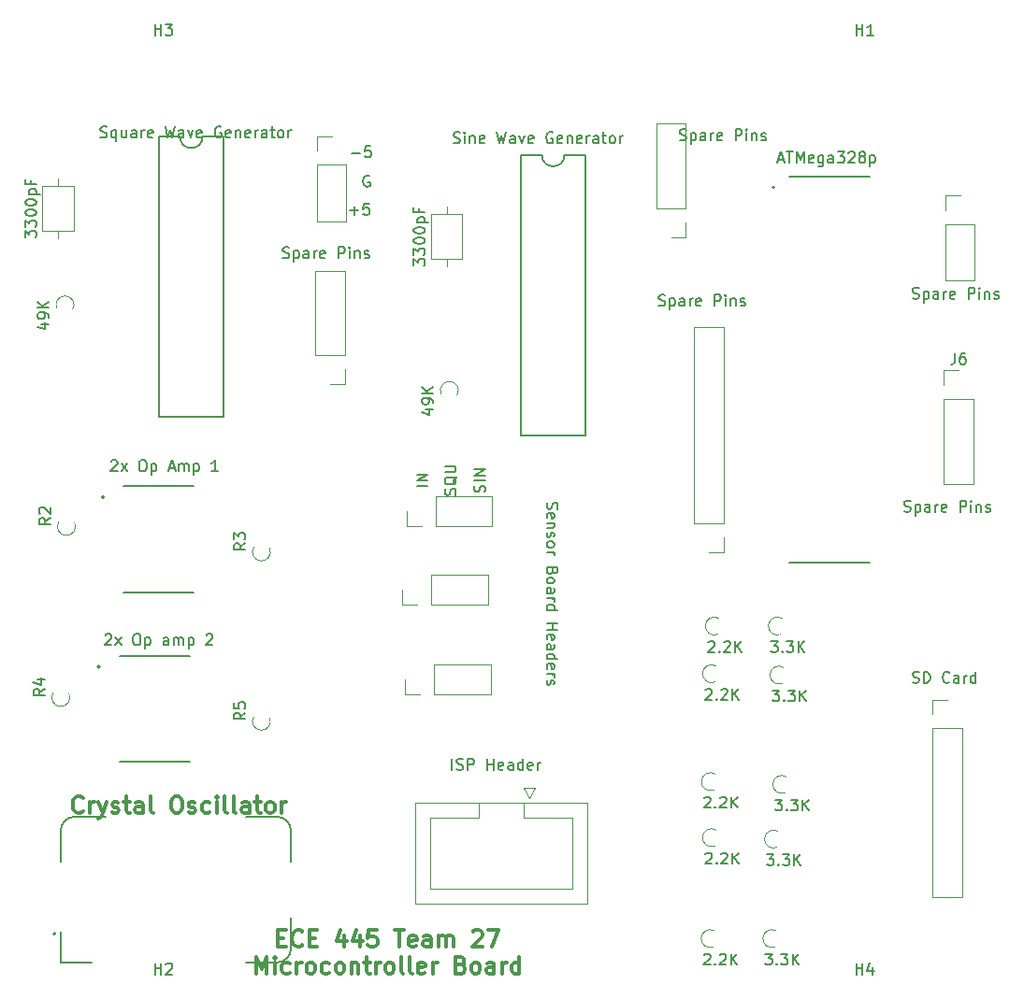
<source format=gbr>
%TF.GenerationSoftware,KiCad,Pcbnew,(6.0.1)*%
%TF.CreationDate,2022-03-29T22:43:00-05:00*%
%TF.ProjectId,microcontroller_board_ATMEGA_TH,6d696372-6f63-46f6-9e74-726f6c6c6572,rev?*%
%TF.SameCoordinates,Original*%
%TF.FileFunction,Legend,Top*%
%TF.FilePolarity,Positive*%
%FSLAX46Y46*%
G04 Gerber Fmt 4.6, Leading zero omitted, Abs format (unit mm)*
G04 Created by KiCad (PCBNEW (6.0.1)) date 2022-03-29 22:43:00*
%MOMM*%
%LPD*%
G01*
G04 APERTURE LIST*
%ADD10C,0.300000*%
%ADD11C,0.150000*%
%ADD12C,0.120000*%
%ADD13C,0.152400*%
%ADD14C,0.127000*%
%ADD15C,0.200000*%
G04 APERTURE END LIST*
D10*
X92941428Y-109810357D02*
X93441428Y-109810357D01*
X93655714Y-110596071D02*
X92941428Y-110596071D01*
X92941428Y-109096071D01*
X93655714Y-109096071D01*
X95155714Y-110453214D02*
X95084285Y-110524642D01*
X94870000Y-110596071D01*
X94727142Y-110596071D01*
X94512857Y-110524642D01*
X94370000Y-110381785D01*
X94298571Y-110238928D01*
X94227142Y-109953214D01*
X94227142Y-109738928D01*
X94298571Y-109453214D01*
X94370000Y-109310357D01*
X94512857Y-109167500D01*
X94727142Y-109096071D01*
X94870000Y-109096071D01*
X95084285Y-109167500D01*
X95155714Y-109238928D01*
X95798571Y-109810357D02*
X96298571Y-109810357D01*
X96512857Y-110596071D02*
X95798571Y-110596071D01*
X95798571Y-109096071D01*
X96512857Y-109096071D01*
X98941428Y-109596071D02*
X98941428Y-110596071D01*
X98584285Y-109024642D02*
X98227142Y-110096071D01*
X99155714Y-110096071D01*
X100370000Y-109596071D02*
X100370000Y-110596071D01*
X100012857Y-109024642D02*
X99655714Y-110096071D01*
X100584285Y-110096071D01*
X101870000Y-109096071D02*
X101155714Y-109096071D01*
X101084285Y-109810357D01*
X101155714Y-109738928D01*
X101298571Y-109667500D01*
X101655714Y-109667500D01*
X101798571Y-109738928D01*
X101870000Y-109810357D01*
X101941428Y-109953214D01*
X101941428Y-110310357D01*
X101870000Y-110453214D01*
X101798571Y-110524642D01*
X101655714Y-110596071D01*
X101298571Y-110596071D01*
X101155714Y-110524642D01*
X101084285Y-110453214D01*
X103512857Y-109096071D02*
X104370000Y-109096071D01*
X103941428Y-110596071D02*
X103941428Y-109096071D01*
X105441428Y-110524642D02*
X105298571Y-110596071D01*
X105012857Y-110596071D01*
X104870000Y-110524642D01*
X104798571Y-110381785D01*
X104798571Y-109810357D01*
X104870000Y-109667500D01*
X105012857Y-109596071D01*
X105298571Y-109596071D01*
X105441428Y-109667500D01*
X105512857Y-109810357D01*
X105512857Y-109953214D01*
X104798571Y-110096071D01*
X106798571Y-110596071D02*
X106798571Y-109810357D01*
X106727142Y-109667500D01*
X106584285Y-109596071D01*
X106298571Y-109596071D01*
X106155714Y-109667500D01*
X106798571Y-110524642D02*
X106655714Y-110596071D01*
X106298571Y-110596071D01*
X106155714Y-110524642D01*
X106084285Y-110381785D01*
X106084285Y-110238928D01*
X106155714Y-110096071D01*
X106298571Y-110024642D01*
X106655714Y-110024642D01*
X106798571Y-109953214D01*
X107512857Y-110596071D02*
X107512857Y-109596071D01*
X107512857Y-109738928D02*
X107584285Y-109667500D01*
X107727142Y-109596071D01*
X107941428Y-109596071D01*
X108084285Y-109667500D01*
X108155714Y-109810357D01*
X108155714Y-110596071D01*
X108155714Y-109810357D02*
X108227142Y-109667500D01*
X108370000Y-109596071D01*
X108584285Y-109596071D01*
X108727142Y-109667500D01*
X108798571Y-109810357D01*
X108798571Y-110596071D01*
X110584285Y-109238928D02*
X110655714Y-109167500D01*
X110798571Y-109096071D01*
X111155714Y-109096071D01*
X111298571Y-109167500D01*
X111370000Y-109238928D01*
X111441428Y-109381785D01*
X111441428Y-109524642D01*
X111370000Y-109738928D01*
X110512857Y-110596071D01*
X111441428Y-110596071D01*
X111941428Y-109096071D02*
X112941428Y-109096071D01*
X112298571Y-110596071D01*
X90941428Y-113011071D02*
X90941428Y-111511071D01*
X91441428Y-112582500D01*
X91941428Y-111511071D01*
X91941428Y-113011071D01*
X92655714Y-113011071D02*
X92655714Y-112011071D01*
X92655714Y-111511071D02*
X92584285Y-111582500D01*
X92655714Y-111653928D01*
X92727142Y-111582500D01*
X92655714Y-111511071D01*
X92655714Y-111653928D01*
X94012857Y-112939642D02*
X93870000Y-113011071D01*
X93584285Y-113011071D01*
X93441428Y-112939642D01*
X93370000Y-112868214D01*
X93298571Y-112725357D01*
X93298571Y-112296785D01*
X93370000Y-112153928D01*
X93441428Y-112082500D01*
X93584285Y-112011071D01*
X93870000Y-112011071D01*
X94012857Y-112082500D01*
X94655714Y-113011071D02*
X94655714Y-112011071D01*
X94655714Y-112296785D02*
X94727142Y-112153928D01*
X94798571Y-112082500D01*
X94941428Y-112011071D01*
X95084285Y-112011071D01*
X95798571Y-113011071D02*
X95655714Y-112939642D01*
X95584285Y-112868214D01*
X95512857Y-112725357D01*
X95512857Y-112296785D01*
X95584285Y-112153928D01*
X95655714Y-112082500D01*
X95798571Y-112011071D01*
X96012857Y-112011071D01*
X96155714Y-112082500D01*
X96227142Y-112153928D01*
X96298571Y-112296785D01*
X96298571Y-112725357D01*
X96227142Y-112868214D01*
X96155714Y-112939642D01*
X96012857Y-113011071D01*
X95798571Y-113011071D01*
X97584285Y-112939642D02*
X97441428Y-113011071D01*
X97155714Y-113011071D01*
X97012857Y-112939642D01*
X96941428Y-112868214D01*
X96870000Y-112725357D01*
X96870000Y-112296785D01*
X96941428Y-112153928D01*
X97012857Y-112082500D01*
X97155714Y-112011071D01*
X97441428Y-112011071D01*
X97584285Y-112082500D01*
X98441428Y-113011071D02*
X98298571Y-112939642D01*
X98227142Y-112868214D01*
X98155714Y-112725357D01*
X98155714Y-112296785D01*
X98227142Y-112153928D01*
X98298571Y-112082500D01*
X98441428Y-112011071D01*
X98655714Y-112011071D01*
X98798571Y-112082500D01*
X98870000Y-112153928D01*
X98941428Y-112296785D01*
X98941428Y-112725357D01*
X98870000Y-112868214D01*
X98798571Y-112939642D01*
X98655714Y-113011071D01*
X98441428Y-113011071D01*
X99584285Y-112011071D02*
X99584285Y-113011071D01*
X99584285Y-112153928D02*
X99655714Y-112082500D01*
X99798571Y-112011071D01*
X100012857Y-112011071D01*
X100155714Y-112082500D01*
X100227142Y-112225357D01*
X100227142Y-113011071D01*
X100727142Y-112011071D02*
X101298571Y-112011071D01*
X100941428Y-111511071D02*
X100941428Y-112796785D01*
X101012857Y-112939642D01*
X101155714Y-113011071D01*
X101298571Y-113011071D01*
X101798571Y-113011071D02*
X101798571Y-112011071D01*
X101798571Y-112296785D02*
X101870000Y-112153928D01*
X101941428Y-112082500D01*
X102084285Y-112011071D01*
X102227142Y-112011071D01*
X102941428Y-113011071D02*
X102798571Y-112939642D01*
X102727142Y-112868214D01*
X102655714Y-112725357D01*
X102655714Y-112296785D01*
X102727142Y-112153928D01*
X102798571Y-112082500D01*
X102941428Y-112011071D01*
X103155714Y-112011071D01*
X103298571Y-112082500D01*
X103370000Y-112153928D01*
X103441428Y-112296785D01*
X103441428Y-112725357D01*
X103370000Y-112868214D01*
X103298571Y-112939642D01*
X103155714Y-113011071D01*
X102941428Y-113011071D01*
X104298571Y-113011071D02*
X104155714Y-112939642D01*
X104084285Y-112796785D01*
X104084285Y-111511071D01*
X105084285Y-113011071D02*
X104941428Y-112939642D01*
X104870000Y-112796785D01*
X104870000Y-111511071D01*
X106227142Y-112939642D02*
X106084285Y-113011071D01*
X105798571Y-113011071D01*
X105655714Y-112939642D01*
X105584285Y-112796785D01*
X105584285Y-112225357D01*
X105655714Y-112082500D01*
X105798571Y-112011071D01*
X106084285Y-112011071D01*
X106227142Y-112082500D01*
X106298571Y-112225357D01*
X106298571Y-112368214D01*
X105584285Y-112511071D01*
X106941428Y-113011071D02*
X106941428Y-112011071D01*
X106941428Y-112296785D02*
X107012857Y-112153928D01*
X107084285Y-112082500D01*
X107227142Y-112011071D01*
X107370000Y-112011071D01*
X109512857Y-112225357D02*
X109727142Y-112296785D01*
X109798571Y-112368214D01*
X109870000Y-112511071D01*
X109870000Y-112725357D01*
X109798571Y-112868214D01*
X109727142Y-112939642D01*
X109584285Y-113011071D01*
X109012857Y-113011071D01*
X109012857Y-111511071D01*
X109512857Y-111511071D01*
X109655714Y-111582500D01*
X109727142Y-111653928D01*
X109798571Y-111796785D01*
X109798571Y-111939642D01*
X109727142Y-112082500D01*
X109655714Y-112153928D01*
X109512857Y-112225357D01*
X109012857Y-112225357D01*
X110727142Y-113011071D02*
X110584285Y-112939642D01*
X110512857Y-112868214D01*
X110441428Y-112725357D01*
X110441428Y-112296785D01*
X110512857Y-112153928D01*
X110584285Y-112082500D01*
X110727142Y-112011071D01*
X110941428Y-112011071D01*
X111084285Y-112082500D01*
X111155714Y-112153928D01*
X111227142Y-112296785D01*
X111227142Y-112725357D01*
X111155714Y-112868214D01*
X111084285Y-112939642D01*
X110941428Y-113011071D01*
X110727142Y-113011071D01*
X112512857Y-113011071D02*
X112512857Y-112225357D01*
X112441428Y-112082500D01*
X112298571Y-112011071D01*
X112012857Y-112011071D01*
X111870000Y-112082500D01*
X112512857Y-112939642D02*
X112370000Y-113011071D01*
X112012857Y-113011071D01*
X111870000Y-112939642D01*
X111798571Y-112796785D01*
X111798571Y-112653928D01*
X111870000Y-112511071D01*
X112012857Y-112439642D01*
X112370000Y-112439642D01*
X112512857Y-112368214D01*
X113227142Y-113011071D02*
X113227142Y-112011071D01*
X113227142Y-112296785D02*
X113298571Y-112153928D01*
X113370000Y-112082500D01*
X113512857Y-112011071D01*
X113655714Y-112011071D01*
X114798571Y-113011071D02*
X114798571Y-111511071D01*
X114798571Y-112939642D02*
X114655714Y-113011071D01*
X114370000Y-113011071D01*
X114227142Y-112939642D01*
X114155714Y-112868214D01*
X114084285Y-112725357D01*
X114084285Y-112296785D01*
X114155714Y-112153928D01*
X114227142Y-112082500D01*
X114370000Y-112011071D01*
X114655714Y-112011071D01*
X114798571Y-112082500D01*
X75268428Y-98325714D02*
X75197000Y-98397142D01*
X74982714Y-98468571D01*
X74839857Y-98468571D01*
X74625571Y-98397142D01*
X74482714Y-98254285D01*
X74411285Y-98111428D01*
X74339857Y-97825714D01*
X74339857Y-97611428D01*
X74411285Y-97325714D01*
X74482714Y-97182857D01*
X74625571Y-97040000D01*
X74839857Y-96968571D01*
X74982714Y-96968571D01*
X75197000Y-97040000D01*
X75268428Y-97111428D01*
X75911285Y-98468571D02*
X75911285Y-97468571D01*
X75911285Y-97754285D02*
X75982714Y-97611428D01*
X76054142Y-97540000D01*
X76197000Y-97468571D01*
X76339857Y-97468571D01*
X76697000Y-97468571D02*
X77054142Y-98468571D01*
X77411285Y-97468571D02*
X77054142Y-98468571D01*
X76911285Y-98825714D01*
X76839857Y-98897142D01*
X76697000Y-98968571D01*
X77911285Y-98397142D02*
X78054142Y-98468571D01*
X78339857Y-98468571D01*
X78482714Y-98397142D01*
X78554142Y-98254285D01*
X78554142Y-98182857D01*
X78482714Y-98040000D01*
X78339857Y-97968571D01*
X78125571Y-97968571D01*
X77982714Y-97897142D01*
X77911285Y-97754285D01*
X77911285Y-97682857D01*
X77982714Y-97540000D01*
X78125571Y-97468571D01*
X78339857Y-97468571D01*
X78482714Y-97540000D01*
X78982714Y-97468571D02*
X79554142Y-97468571D01*
X79197000Y-96968571D02*
X79197000Y-98254285D01*
X79268428Y-98397142D01*
X79411285Y-98468571D01*
X79554142Y-98468571D01*
X80697000Y-98468571D02*
X80697000Y-97682857D01*
X80625571Y-97540000D01*
X80482714Y-97468571D01*
X80197000Y-97468571D01*
X80054142Y-97540000D01*
X80697000Y-98397142D02*
X80554142Y-98468571D01*
X80197000Y-98468571D01*
X80054142Y-98397142D01*
X79982714Y-98254285D01*
X79982714Y-98111428D01*
X80054142Y-97968571D01*
X80197000Y-97897142D01*
X80554142Y-97897142D01*
X80697000Y-97825714D01*
X81625571Y-98468571D02*
X81482714Y-98397142D01*
X81411285Y-98254285D01*
X81411285Y-96968571D01*
X83625571Y-96968571D02*
X83911285Y-96968571D01*
X84054142Y-97040000D01*
X84197000Y-97182857D01*
X84268428Y-97468571D01*
X84268428Y-97968571D01*
X84197000Y-98254285D01*
X84054142Y-98397142D01*
X83911285Y-98468571D01*
X83625571Y-98468571D01*
X83482714Y-98397142D01*
X83339857Y-98254285D01*
X83268428Y-97968571D01*
X83268428Y-97468571D01*
X83339857Y-97182857D01*
X83482714Y-97040000D01*
X83625571Y-96968571D01*
X84839857Y-98397142D02*
X84982714Y-98468571D01*
X85268428Y-98468571D01*
X85411285Y-98397142D01*
X85482714Y-98254285D01*
X85482714Y-98182857D01*
X85411285Y-98040000D01*
X85268428Y-97968571D01*
X85054142Y-97968571D01*
X84911285Y-97897142D01*
X84839857Y-97754285D01*
X84839857Y-97682857D01*
X84911285Y-97540000D01*
X85054142Y-97468571D01*
X85268428Y-97468571D01*
X85411285Y-97540000D01*
X86768428Y-98397142D02*
X86625571Y-98468571D01*
X86339857Y-98468571D01*
X86197000Y-98397142D01*
X86125571Y-98325714D01*
X86054142Y-98182857D01*
X86054142Y-97754285D01*
X86125571Y-97611428D01*
X86197000Y-97540000D01*
X86339857Y-97468571D01*
X86625571Y-97468571D01*
X86768428Y-97540000D01*
X87411285Y-98468571D02*
X87411285Y-97468571D01*
X87411285Y-96968571D02*
X87339857Y-97040000D01*
X87411285Y-97111428D01*
X87482714Y-97040000D01*
X87411285Y-96968571D01*
X87411285Y-97111428D01*
X88339857Y-98468571D02*
X88197000Y-98397142D01*
X88125571Y-98254285D01*
X88125571Y-96968571D01*
X89125571Y-98468571D02*
X88982714Y-98397142D01*
X88911285Y-98254285D01*
X88911285Y-96968571D01*
X90339857Y-98468571D02*
X90339857Y-97682857D01*
X90268428Y-97540000D01*
X90125571Y-97468571D01*
X89839857Y-97468571D01*
X89697000Y-97540000D01*
X90339857Y-98397142D02*
X90197000Y-98468571D01*
X89839857Y-98468571D01*
X89697000Y-98397142D01*
X89625571Y-98254285D01*
X89625571Y-98111428D01*
X89697000Y-97968571D01*
X89839857Y-97897142D01*
X90197000Y-97897142D01*
X90339857Y-97825714D01*
X90839857Y-97468571D02*
X91411285Y-97468571D01*
X91054142Y-96968571D02*
X91054142Y-98254285D01*
X91125571Y-98397142D01*
X91268428Y-98468571D01*
X91411285Y-98468571D01*
X92125571Y-98468571D02*
X91982714Y-98397142D01*
X91911285Y-98325714D01*
X91839857Y-98182857D01*
X91839857Y-97754285D01*
X91911285Y-97611428D01*
X91982714Y-97540000D01*
X92125571Y-97468571D01*
X92339857Y-97468571D01*
X92482714Y-97540000D01*
X92554142Y-97611428D01*
X92625571Y-97754285D01*
X92625571Y-98182857D01*
X92554142Y-98325714D01*
X92482714Y-98397142D01*
X92339857Y-98468571D01*
X92125571Y-98468571D01*
X93268428Y-98468571D02*
X93268428Y-97468571D01*
X93268428Y-97754285D02*
X93339857Y-97611428D01*
X93411285Y-97540000D01*
X93554142Y-97468571D01*
X93697000Y-97468571D01*
D11*
X117324238Y-70351095D02*
X117276619Y-70493952D01*
X117276619Y-70732047D01*
X117324238Y-70827285D01*
X117371857Y-70874904D01*
X117467095Y-70922523D01*
X117562333Y-70922523D01*
X117657571Y-70874904D01*
X117705190Y-70827285D01*
X117752809Y-70732047D01*
X117800428Y-70541571D01*
X117848047Y-70446333D01*
X117895666Y-70398714D01*
X117990904Y-70351095D01*
X118086142Y-70351095D01*
X118181380Y-70398714D01*
X118229000Y-70446333D01*
X118276619Y-70541571D01*
X118276619Y-70779666D01*
X118229000Y-70922523D01*
X117324238Y-71732047D02*
X117276619Y-71636809D01*
X117276619Y-71446333D01*
X117324238Y-71351095D01*
X117419476Y-71303476D01*
X117800428Y-71303476D01*
X117895666Y-71351095D01*
X117943285Y-71446333D01*
X117943285Y-71636809D01*
X117895666Y-71732047D01*
X117800428Y-71779666D01*
X117705190Y-71779666D01*
X117609952Y-71303476D01*
X117943285Y-72208238D02*
X117276619Y-72208238D01*
X117848047Y-72208238D02*
X117895666Y-72255857D01*
X117943285Y-72351095D01*
X117943285Y-72493952D01*
X117895666Y-72589190D01*
X117800428Y-72636809D01*
X117276619Y-72636809D01*
X117324238Y-73065380D02*
X117276619Y-73160619D01*
X117276619Y-73351095D01*
X117324238Y-73446333D01*
X117419476Y-73493952D01*
X117467095Y-73493952D01*
X117562333Y-73446333D01*
X117609952Y-73351095D01*
X117609952Y-73208238D01*
X117657571Y-73113000D01*
X117752809Y-73065380D01*
X117800428Y-73065380D01*
X117895666Y-73113000D01*
X117943285Y-73208238D01*
X117943285Y-73351095D01*
X117895666Y-73446333D01*
X117276619Y-74065380D02*
X117324238Y-73970142D01*
X117371857Y-73922523D01*
X117467095Y-73874904D01*
X117752809Y-73874904D01*
X117848047Y-73922523D01*
X117895666Y-73970142D01*
X117943285Y-74065380D01*
X117943285Y-74208238D01*
X117895666Y-74303476D01*
X117848047Y-74351095D01*
X117752809Y-74398714D01*
X117467095Y-74398714D01*
X117371857Y-74351095D01*
X117324238Y-74303476D01*
X117276619Y-74208238D01*
X117276619Y-74065380D01*
X117276619Y-74827285D02*
X117943285Y-74827285D01*
X117752809Y-74827285D02*
X117848047Y-74874904D01*
X117895666Y-74922523D01*
X117943285Y-75017761D01*
X117943285Y-75113000D01*
X117800428Y-76541571D02*
X117752809Y-76684428D01*
X117705190Y-76732047D01*
X117609952Y-76779666D01*
X117467095Y-76779666D01*
X117371857Y-76732047D01*
X117324238Y-76684428D01*
X117276619Y-76589190D01*
X117276619Y-76208238D01*
X118276619Y-76208238D01*
X118276619Y-76541571D01*
X118229000Y-76636809D01*
X118181380Y-76684428D01*
X118086142Y-76732047D01*
X117990904Y-76732047D01*
X117895666Y-76684428D01*
X117848047Y-76636809D01*
X117800428Y-76541571D01*
X117800428Y-76208238D01*
X117276619Y-77351095D02*
X117324238Y-77255857D01*
X117371857Y-77208238D01*
X117467095Y-77160619D01*
X117752809Y-77160619D01*
X117848047Y-77208238D01*
X117895666Y-77255857D01*
X117943285Y-77351095D01*
X117943285Y-77493952D01*
X117895666Y-77589190D01*
X117848047Y-77636809D01*
X117752809Y-77684428D01*
X117467095Y-77684428D01*
X117371857Y-77636809D01*
X117324238Y-77589190D01*
X117276619Y-77493952D01*
X117276619Y-77351095D01*
X117276619Y-78541571D02*
X117800428Y-78541571D01*
X117895666Y-78493952D01*
X117943285Y-78398714D01*
X117943285Y-78208238D01*
X117895666Y-78113000D01*
X117324238Y-78541571D02*
X117276619Y-78446333D01*
X117276619Y-78208238D01*
X117324238Y-78113000D01*
X117419476Y-78065380D01*
X117514714Y-78065380D01*
X117609952Y-78113000D01*
X117657571Y-78208238D01*
X117657571Y-78446333D01*
X117705190Y-78541571D01*
X117276619Y-79017761D02*
X117943285Y-79017761D01*
X117752809Y-79017761D02*
X117848047Y-79065380D01*
X117895666Y-79113000D01*
X117943285Y-79208238D01*
X117943285Y-79303476D01*
X117276619Y-80065380D02*
X118276619Y-80065380D01*
X117324238Y-80065380D02*
X117276619Y-79970142D01*
X117276619Y-79779666D01*
X117324238Y-79684428D01*
X117371857Y-79636809D01*
X117467095Y-79589190D01*
X117752809Y-79589190D01*
X117848047Y-79636809D01*
X117895666Y-79684428D01*
X117943285Y-79779666D01*
X117943285Y-79970142D01*
X117895666Y-80065380D01*
X117276619Y-81303476D02*
X118276619Y-81303476D01*
X117800428Y-81303476D02*
X117800428Y-81874904D01*
X117276619Y-81874904D02*
X118276619Y-81874904D01*
X117324238Y-82732047D02*
X117276619Y-82636809D01*
X117276619Y-82446333D01*
X117324238Y-82351095D01*
X117419476Y-82303476D01*
X117800428Y-82303476D01*
X117895666Y-82351095D01*
X117943285Y-82446333D01*
X117943285Y-82636809D01*
X117895666Y-82732047D01*
X117800428Y-82779666D01*
X117705190Y-82779666D01*
X117609952Y-82303476D01*
X117276619Y-83636809D02*
X117800428Y-83636809D01*
X117895666Y-83589190D01*
X117943285Y-83493952D01*
X117943285Y-83303476D01*
X117895666Y-83208238D01*
X117324238Y-83636809D02*
X117276619Y-83541571D01*
X117276619Y-83303476D01*
X117324238Y-83208238D01*
X117419476Y-83160619D01*
X117514714Y-83160619D01*
X117609952Y-83208238D01*
X117657571Y-83303476D01*
X117657571Y-83541571D01*
X117705190Y-83636809D01*
X117276619Y-84541571D02*
X118276619Y-84541571D01*
X117324238Y-84541571D02*
X117276619Y-84446333D01*
X117276619Y-84255857D01*
X117324238Y-84160619D01*
X117371857Y-84113000D01*
X117467095Y-84065380D01*
X117752809Y-84065380D01*
X117848047Y-84113000D01*
X117895666Y-84160619D01*
X117943285Y-84255857D01*
X117943285Y-84446333D01*
X117895666Y-84541571D01*
X117324238Y-85398714D02*
X117276619Y-85303476D01*
X117276619Y-85113000D01*
X117324238Y-85017761D01*
X117419476Y-84970142D01*
X117800428Y-84970142D01*
X117895666Y-85017761D01*
X117943285Y-85113000D01*
X117943285Y-85303476D01*
X117895666Y-85398714D01*
X117800428Y-85446333D01*
X117705190Y-85446333D01*
X117609952Y-84970142D01*
X117276619Y-85874904D02*
X117943285Y-85874904D01*
X117752809Y-85874904D02*
X117848047Y-85922523D01*
X117895666Y-85970142D01*
X117943285Y-86065380D01*
X117943285Y-86160619D01*
X117324238Y-86446333D02*
X117276619Y-86541571D01*
X117276619Y-86732047D01*
X117324238Y-86827285D01*
X117419476Y-86874904D01*
X117467095Y-86874904D01*
X117562333Y-86827285D01*
X117609952Y-86732047D01*
X117609952Y-86589190D01*
X117657571Y-86493952D01*
X117752809Y-86446333D01*
X117800428Y-86446333D01*
X117895666Y-86493952D01*
X117943285Y-86589190D01*
X117943285Y-86732047D01*
X117895666Y-86827285D01*
X129318238Y-37488761D02*
X129461095Y-37536380D01*
X129699190Y-37536380D01*
X129794428Y-37488761D01*
X129842047Y-37441142D01*
X129889666Y-37345904D01*
X129889666Y-37250666D01*
X129842047Y-37155428D01*
X129794428Y-37107809D01*
X129699190Y-37060190D01*
X129508714Y-37012571D01*
X129413476Y-36964952D01*
X129365857Y-36917333D01*
X129318238Y-36822095D01*
X129318238Y-36726857D01*
X129365857Y-36631619D01*
X129413476Y-36584000D01*
X129508714Y-36536380D01*
X129746809Y-36536380D01*
X129889666Y-36584000D01*
X130318238Y-36869714D02*
X130318238Y-37869714D01*
X130318238Y-36917333D02*
X130413476Y-36869714D01*
X130603952Y-36869714D01*
X130699190Y-36917333D01*
X130746809Y-36964952D01*
X130794428Y-37060190D01*
X130794428Y-37345904D01*
X130746809Y-37441142D01*
X130699190Y-37488761D01*
X130603952Y-37536380D01*
X130413476Y-37536380D01*
X130318238Y-37488761D01*
X131651571Y-37536380D02*
X131651571Y-37012571D01*
X131603952Y-36917333D01*
X131508714Y-36869714D01*
X131318238Y-36869714D01*
X131223000Y-36917333D01*
X131651571Y-37488761D02*
X131556333Y-37536380D01*
X131318238Y-37536380D01*
X131223000Y-37488761D01*
X131175380Y-37393523D01*
X131175380Y-37298285D01*
X131223000Y-37203047D01*
X131318238Y-37155428D01*
X131556333Y-37155428D01*
X131651571Y-37107809D01*
X132127761Y-37536380D02*
X132127761Y-36869714D01*
X132127761Y-37060190D02*
X132175380Y-36964952D01*
X132223000Y-36917333D01*
X132318238Y-36869714D01*
X132413476Y-36869714D01*
X133127761Y-37488761D02*
X133032523Y-37536380D01*
X132842047Y-37536380D01*
X132746809Y-37488761D01*
X132699190Y-37393523D01*
X132699190Y-37012571D01*
X132746809Y-36917333D01*
X132842047Y-36869714D01*
X133032523Y-36869714D01*
X133127761Y-36917333D01*
X133175380Y-37012571D01*
X133175380Y-37107809D01*
X132699190Y-37203047D01*
X134365857Y-37536380D02*
X134365857Y-36536380D01*
X134746809Y-36536380D01*
X134842047Y-36584000D01*
X134889666Y-36631619D01*
X134937285Y-36726857D01*
X134937285Y-36869714D01*
X134889666Y-36964952D01*
X134842047Y-37012571D01*
X134746809Y-37060190D01*
X134365857Y-37060190D01*
X135365857Y-37536380D02*
X135365857Y-36869714D01*
X135365857Y-36536380D02*
X135318238Y-36584000D01*
X135365857Y-36631619D01*
X135413476Y-36584000D01*
X135365857Y-36536380D01*
X135365857Y-36631619D01*
X135842047Y-36869714D02*
X135842047Y-37536380D01*
X135842047Y-36964952D02*
X135889666Y-36917333D01*
X135984904Y-36869714D01*
X136127761Y-36869714D01*
X136223000Y-36917333D01*
X136270619Y-37012571D01*
X136270619Y-37536380D01*
X136699190Y-37488761D02*
X136794428Y-37536380D01*
X136984904Y-37536380D01*
X137080142Y-37488761D01*
X137127761Y-37393523D01*
X137127761Y-37345904D01*
X137080142Y-37250666D01*
X136984904Y-37203047D01*
X136842047Y-37203047D01*
X136746809Y-37155428D01*
X136699190Y-37060190D01*
X136699190Y-37012571D01*
X136746809Y-36917333D01*
X136842047Y-36869714D01*
X136984904Y-36869714D01*
X137080142Y-36917333D01*
X93377238Y-48156761D02*
X93520095Y-48204380D01*
X93758190Y-48204380D01*
X93853428Y-48156761D01*
X93901047Y-48109142D01*
X93948666Y-48013904D01*
X93948666Y-47918666D01*
X93901047Y-47823428D01*
X93853428Y-47775809D01*
X93758190Y-47728190D01*
X93567714Y-47680571D01*
X93472476Y-47632952D01*
X93424857Y-47585333D01*
X93377238Y-47490095D01*
X93377238Y-47394857D01*
X93424857Y-47299619D01*
X93472476Y-47252000D01*
X93567714Y-47204380D01*
X93805809Y-47204380D01*
X93948666Y-47252000D01*
X94377238Y-47537714D02*
X94377238Y-48537714D01*
X94377238Y-47585333D02*
X94472476Y-47537714D01*
X94662952Y-47537714D01*
X94758190Y-47585333D01*
X94805809Y-47632952D01*
X94853428Y-47728190D01*
X94853428Y-48013904D01*
X94805809Y-48109142D01*
X94758190Y-48156761D01*
X94662952Y-48204380D01*
X94472476Y-48204380D01*
X94377238Y-48156761D01*
X95710571Y-48204380D02*
X95710571Y-47680571D01*
X95662952Y-47585333D01*
X95567714Y-47537714D01*
X95377238Y-47537714D01*
X95282000Y-47585333D01*
X95710571Y-48156761D02*
X95615333Y-48204380D01*
X95377238Y-48204380D01*
X95282000Y-48156761D01*
X95234380Y-48061523D01*
X95234380Y-47966285D01*
X95282000Y-47871047D01*
X95377238Y-47823428D01*
X95615333Y-47823428D01*
X95710571Y-47775809D01*
X96186761Y-48204380D02*
X96186761Y-47537714D01*
X96186761Y-47728190D02*
X96234380Y-47632952D01*
X96282000Y-47585333D01*
X96377238Y-47537714D01*
X96472476Y-47537714D01*
X97186761Y-48156761D02*
X97091523Y-48204380D01*
X96901047Y-48204380D01*
X96805809Y-48156761D01*
X96758190Y-48061523D01*
X96758190Y-47680571D01*
X96805809Y-47585333D01*
X96901047Y-47537714D01*
X97091523Y-47537714D01*
X97186761Y-47585333D01*
X97234380Y-47680571D01*
X97234380Y-47775809D01*
X96758190Y-47871047D01*
X98424857Y-48204380D02*
X98424857Y-47204380D01*
X98805809Y-47204380D01*
X98901047Y-47252000D01*
X98948666Y-47299619D01*
X98996285Y-47394857D01*
X98996285Y-47537714D01*
X98948666Y-47632952D01*
X98901047Y-47680571D01*
X98805809Y-47728190D01*
X98424857Y-47728190D01*
X99424857Y-48204380D02*
X99424857Y-47537714D01*
X99424857Y-47204380D02*
X99377238Y-47252000D01*
X99424857Y-47299619D01*
X99472476Y-47252000D01*
X99424857Y-47204380D01*
X99424857Y-47299619D01*
X99901047Y-47537714D02*
X99901047Y-48204380D01*
X99901047Y-47632952D02*
X99948666Y-47585333D01*
X100043904Y-47537714D01*
X100186761Y-47537714D01*
X100282000Y-47585333D01*
X100329619Y-47680571D01*
X100329619Y-48204380D01*
X100758190Y-48156761D02*
X100853428Y-48204380D01*
X101043904Y-48204380D01*
X101139142Y-48156761D01*
X101186761Y-48061523D01*
X101186761Y-48013904D01*
X101139142Y-47918666D01*
X101043904Y-47871047D01*
X100901047Y-47871047D01*
X100805809Y-47823428D01*
X100758190Y-47728190D01*
X100758190Y-47680571D01*
X100805809Y-47585333D01*
X100901047Y-47537714D01*
X101043904Y-47537714D01*
X101139142Y-47585333D01*
X108839952Y-37742761D02*
X108982809Y-37790380D01*
X109220904Y-37790380D01*
X109316142Y-37742761D01*
X109363761Y-37695142D01*
X109411380Y-37599904D01*
X109411380Y-37504666D01*
X109363761Y-37409428D01*
X109316142Y-37361809D01*
X109220904Y-37314190D01*
X109030428Y-37266571D01*
X108935190Y-37218952D01*
X108887571Y-37171333D01*
X108839952Y-37076095D01*
X108839952Y-36980857D01*
X108887571Y-36885619D01*
X108935190Y-36838000D01*
X109030428Y-36790380D01*
X109268523Y-36790380D01*
X109411380Y-36838000D01*
X109839952Y-37790380D02*
X109839952Y-37123714D01*
X109839952Y-36790380D02*
X109792333Y-36838000D01*
X109839952Y-36885619D01*
X109887571Y-36838000D01*
X109839952Y-36790380D01*
X109839952Y-36885619D01*
X110316142Y-37123714D02*
X110316142Y-37790380D01*
X110316142Y-37218952D02*
X110363761Y-37171333D01*
X110459000Y-37123714D01*
X110601857Y-37123714D01*
X110697095Y-37171333D01*
X110744714Y-37266571D01*
X110744714Y-37790380D01*
X111601857Y-37742761D02*
X111506619Y-37790380D01*
X111316142Y-37790380D01*
X111220904Y-37742761D01*
X111173285Y-37647523D01*
X111173285Y-37266571D01*
X111220904Y-37171333D01*
X111316142Y-37123714D01*
X111506619Y-37123714D01*
X111601857Y-37171333D01*
X111649476Y-37266571D01*
X111649476Y-37361809D01*
X111173285Y-37457047D01*
X112744714Y-36790380D02*
X112982809Y-37790380D01*
X113173285Y-37076095D01*
X113363761Y-37790380D01*
X113601857Y-36790380D01*
X114411380Y-37790380D02*
X114411380Y-37266571D01*
X114363761Y-37171333D01*
X114268523Y-37123714D01*
X114078047Y-37123714D01*
X113982809Y-37171333D01*
X114411380Y-37742761D02*
X114316142Y-37790380D01*
X114078047Y-37790380D01*
X113982809Y-37742761D01*
X113935190Y-37647523D01*
X113935190Y-37552285D01*
X113982809Y-37457047D01*
X114078047Y-37409428D01*
X114316142Y-37409428D01*
X114411380Y-37361809D01*
X114792333Y-37123714D02*
X115030428Y-37790380D01*
X115268523Y-37123714D01*
X116030428Y-37742761D02*
X115935190Y-37790380D01*
X115744714Y-37790380D01*
X115649476Y-37742761D01*
X115601857Y-37647523D01*
X115601857Y-37266571D01*
X115649476Y-37171333D01*
X115744714Y-37123714D01*
X115935190Y-37123714D01*
X116030428Y-37171333D01*
X116078047Y-37266571D01*
X116078047Y-37361809D01*
X115601857Y-37457047D01*
X117792333Y-36838000D02*
X117697095Y-36790380D01*
X117554238Y-36790380D01*
X117411380Y-36838000D01*
X117316142Y-36933238D01*
X117268523Y-37028476D01*
X117220904Y-37218952D01*
X117220904Y-37361809D01*
X117268523Y-37552285D01*
X117316142Y-37647523D01*
X117411380Y-37742761D01*
X117554238Y-37790380D01*
X117649476Y-37790380D01*
X117792333Y-37742761D01*
X117839952Y-37695142D01*
X117839952Y-37361809D01*
X117649476Y-37361809D01*
X118649476Y-37742761D02*
X118554238Y-37790380D01*
X118363761Y-37790380D01*
X118268523Y-37742761D01*
X118220904Y-37647523D01*
X118220904Y-37266571D01*
X118268523Y-37171333D01*
X118363761Y-37123714D01*
X118554238Y-37123714D01*
X118649476Y-37171333D01*
X118697095Y-37266571D01*
X118697095Y-37361809D01*
X118220904Y-37457047D01*
X119125666Y-37123714D02*
X119125666Y-37790380D01*
X119125666Y-37218952D02*
X119173285Y-37171333D01*
X119268523Y-37123714D01*
X119411380Y-37123714D01*
X119506619Y-37171333D01*
X119554238Y-37266571D01*
X119554238Y-37790380D01*
X120411380Y-37742761D02*
X120316142Y-37790380D01*
X120125666Y-37790380D01*
X120030428Y-37742761D01*
X119982809Y-37647523D01*
X119982809Y-37266571D01*
X120030428Y-37171333D01*
X120125666Y-37123714D01*
X120316142Y-37123714D01*
X120411380Y-37171333D01*
X120459000Y-37266571D01*
X120459000Y-37361809D01*
X119982809Y-37457047D01*
X120887571Y-37790380D02*
X120887571Y-37123714D01*
X120887571Y-37314190D02*
X120935190Y-37218952D01*
X120982809Y-37171333D01*
X121078047Y-37123714D01*
X121173285Y-37123714D01*
X121935190Y-37790380D02*
X121935190Y-37266571D01*
X121887571Y-37171333D01*
X121792333Y-37123714D01*
X121601857Y-37123714D01*
X121506619Y-37171333D01*
X121935190Y-37742761D02*
X121839952Y-37790380D01*
X121601857Y-37790380D01*
X121506619Y-37742761D01*
X121459000Y-37647523D01*
X121459000Y-37552285D01*
X121506619Y-37457047D01*
X121601857Y-37409428D01*
X121839952Y-37409428D01*
X121935190Y-37361809D01*
X122268523Y-37123714D02*
X122649476Y-37123714D01*
X122411380Y-36790380D02*
X122411380Y-37647523D01*
X122459000Y-37742761D01*
X122554238Y-37790380D01*
X122649476Y-37790380D01*
X123125666Y-37790380D02*
X123030428Y-37742761D01*
X122982809Y-37695142D01*
X122935190Y-37599904D01*
X122935190Y-37314190D01*
X122982809Y-37218952D01*
X123030428Y-37171333D01*
X123125666Y-37123714D01*
X123268523Y-37123714D01*
X123363761Y-37171333D01*
X123411380Y-37218952D01*
X123459000Y-37314190D01*
X123459000Y-37599904D01*
X123411380Y-37695142D01*
X123363761Y-37742761D01*
X123268523Y-37790380D01*
X123125666Y-37790380D01*
X123887571Y-37790380D02*
X123887571Y-37123714D01*
X123887571Y-37314190D02*
X123935190Y-37218952D01*
X123982809Y-37171333D01*
X124078047Y-37123714D01*
X124173285Y-37123714D01*
X76875761Y-37234761D02*
X77018619Y-37282380D01*
X77256714Y-37282380D01*
X77351952Y-37234761D01*
X77399571Y-37187142D01*
X77447190Y-37091904D01*
X77447190Y-36996666D01*
X77399571Y-36901428D01*
X77351952Y-36853809D01*
X77256714Y-36806190D01*
X77066238Y-36758571D01*
X76971000Y-36710952D01*
X76923380Y-36663333D01*
X76875761Y-36568095D01*
X76875761Y-36472857D01*
X76923380Y-36377619D01*
X76971000Y-36330000D01*
X77066238Y-36282380D01*
X77304333Y-36282380D01*
X77447190Y-36330000D01*
X78304333Y-36615714D02*
X78304333Y-37615714D01*
X78304333Y-37234761D02*
X78209095Y-37282380D01*
X78018619Y-37282380D01*
X77923380Y-37234761D01*
X77875761Y-37187142D01*
X77828142Y-37091904D01*
X77828142Y-36806190D01*
X77875761Y-36710952D01*
X77923380Y-36663333D01*
X78018619Y-36615714D01*
X78209095Y-36615714D01*
X78304333Y-36663333D01*
X79209095Y-36615714D02*
X79209095Y-37282380D01*
X78780523Y-36615714D02*
X78780523Y-37139523D01*
X78828142Y-37234761D01*
X78923380Y-37282380D01*
X79066238Y-37282380D01*
X79161476Y-37234761D01*
X79209095Y-37187142D01*
X80113857Y-37282380D02*
X80113857Y-36758571D01*
X80066238Y-36663333D01*
X79971000Y-36615714D01*
X79780523Y-36615714D01*
X79685285Y-36663333D01*
X80113857Y-37234761D02*
X80018619Y-37282380D01*
X79780523Y-37282380D01*
X79685285Y-37234761D01*
X79637666Y-37139523D01*
X79637666Y-37044285D01*
X79685285Y-36949047D01*
X79780523Y-36901428D01*
X80018619Y-36901428D01*
X80113857Y-36853809D01*
X80590047Y-37282380D02*
X80590047Y-36615714D01*
X80590047Y-36806190D02*
X80637666Y-36710952D01*
X80685285Y-36663333D01*
X80780523Y-36615714D01*
X80875761Y-36615714D01*
X81590047Y-37234761D02*
X81494809Y-37282380D01*
X81304333Y-37282380D01*
X81209095Y-37234761D01*
X81161476Y-37139523D01*
X81161476Y-36758571D01*
X81209095Y-36663333D01*
X81304333Y-36615714D01*
X81494809Y-36615714D01*
X81590047Y-36663333D01*
X81637666Y-36758571D01*
X81637666Y-36853809D01*
X81161476Y-36949047D01*
X82732904Y-36282380D02*
X82971000Y-37282380D01*
X83161476Y-36568095D01*
X83351952Y-37282380D01*
X83590047Y-36282380D01*
X84399571Y-37282380D02*
X84399571Y-36758571D01*
X84351952Y-36663333D01*
X84256714Y-36615714D01*
X84066238Y-36615714D01*
X83971000Y-36663333D01*
X84399571Y-37234761D02*
X84304333Y-37282380D01*
X84066238Y-37282380D01*
X83971000Y-37234761D01*
X83923380Y-37139523D01*
X83923380Y-37044285D01*
X83971000Y-36949047D01*
X84066238Y-36901428D01*
X84304333Y-36901428D01*
X84399571Y-36853809D01*
X84780523Y-36615714D02*
X85018619Y-37282380D01*
X85256714Y-36615714D01*
X86018619Y-37234761D02*
X85923380Y-37282380D01*
X85732904Y-37282380D01*
X85637666Y-37234761D01*
X85590047Y-37139523D01*
X85590047Y-36758571D01*
X85637666Y-36663333D01*
X85732904Y-36615714D01*
X85923380Y-36615714D01*
X86018619Y-36663333D01*
X86066238Y-36758571D01*
X86066238Y-36853809D01*
X85590047Y-36949047D01*
X87780523Y-36330000D02*
X87685285Y-36282380D01*
X87542428Y-36282380D01*
X87399571Y-36330000D01*
X87304333Y-36425238D01*
X87256714Y-36520476D01*
X87209095Y-36710952D01*
X87209095Y-36853809D01*
X87256714Y-37044285D01*
X87304333Y-37139523D01*
X87399571Y-37234761D01*
X87542428Y-37282380D01*
X87637666Y-37282380D01*
X87780523Y-37234761D01*
X87828142Y-37187142D01*
X87828142Y-36853809D01*
X87637666Y-36853809D01*
X88637666Y-37234761D02*
X88542428Y-37282380D01*
X88351952Y-37282380D01*
X88256714Y-37234761D01*
X88209095Y-37139523D01*
X88209095Y-36758571D01*
X88256714Y-36663333D01*
X88351952Y-36615714D01*
X88542428Y-36615714D01*
X88637666Y-36663333D01*
X88685285Y-36758571D01*
X88685285Y-36853809D01*
X88209095Y-36949047D01*
X89113857Y-36615714D02*
X89113857Y-37282380D01*
X89113857Y-36710952D02*
X89161476Y-36663333D01*
X89256714Y-36615714D01*
X89399571Y-36615714D01*
X89494809Y-36663333D01*
X89542428Y-36758571D01*
X89542428Y-37282380D01*
X90399571Y-37234761D02*
X90304333Y-37282380D01*
X90113857Y-37282380D01*
X90018619Y-37234761D01*
X89971000Y-37139523D01*
X89971000Y-36758571D01*
X90018619Y-36663333D01*
X90113857Y-36615714D01*
X90304333Y-36615714D01*
X90399571Y-36663333D01*
X90447190Y-36758571D01*
X90447190Y-36853809D01*
X89971000Y-36949047D01*
X90875761Y-37282380D02*
X90875761Y-36615714D01*
X90875761Y-36806190D02*
X90923380Y-36710952D01*
X90971000Y-36663333D01*
X91066238Y-36615714D01*
X91161476Y-36615714D01*
X91923380Y-37282380D02*
X91923380Y-36758571D01*
X91875761Y-36663333D01*
X91780523Y-36615714D01*
X91590047Y-36615714D01*
X91494809Y-36663333D01*
X91923380Y-37234761D02*
X91828142Y-37282380D01*
X91590047Y-37282380D01*
X91494809Y-37234761D01*
X91447190Y-37139523D01*
X91447190Y-37044285D01*
X91494809Y-36949047D01*
X91590047Y-36901428D01*
X91828142Y-36901428D01*
X91923380Y-36853809D01*
X92256714Y-36615714D02*
X92637666Y-36615714D01*
X92399571Y-36282380D02*
X92399571Y-37139523D01*
X92447190Y-37234761D01*
X92542428Y-37282380D01*
X92637666Y-37282380D01*
X93113857Y-37282380D02*
X93018619Y-37234761D01*
X92971000Y-37187142D01*
X92923380Y-37091904D01*
X92923380Y-36806190D01*
X92971000Y-36710952D01*
X93018619Y-36663333D01*
X93113857Y-36615714D01*
X93256714Y-36615714D01*
X93351952Y-36663333D01*
X93399571Y-36710952D01*
X93447190Y-36806190D01*
X93447190Y-37091904D01*
X93399571Y-37187142D01*
X93351952Y-37234761D01*
X93256714Y-37282380D01*
X93113857Y-37282380D01*
X93875761Y-37282380D02*
X93875761Y-36615714D01*
X93875761Y-36806190D02*
X93923380Y-36710952D01*
X93971000Y-36663333D01*
X94066238Y-36615714D01*
X94161476Y-36615714D01*
X150408095Y-86637761D02*
X150550952Y-86685380D01*
X150789047Y-86685380D01*
X150884285Y-86637761D01*
X150931904Y-86590142D01*
X150979523Y-86494904D01*
X150979523Y-86399666D01*
X150931904Y-86304428D01*
X150884285Y-86256809D01*
X150789047Y-86209190D01*
X150598571Y-86161571D01*
X150503333Y-86113952D01*
X150455714Y-86066333D01*
X150408095Y-85971095D01*
X150408095Y-85875857D01*
X150455714Y-85780619D01*
X150503333Y-85733000D01*
X150598571Y-85685380D01*
X150836666Y-85685380D01*
X150979523Y-85733000D01*
X151408095Y-86685380D02*
X151408095Y-85685380D01*
X151646190Y-85685380D01*
X151789047Y-85733000D01*
X151884285Y-85828238D01*
X151931904Y-85923476D01*
X151979523Y-86113952D01*
X151979523Y-86256809D01*
X151931904Y-86447285D01*
X151884285Y-86542523D01*
X151789047Y-86637761D01*
X151646190Y-86685380D01*
X151408095Y-86685380D01*
X153741428Y-86590142D02*
X153693809Y-86637761D01*
X153550952Y-86685380D01*
X153455714Y-86685380D01*
X153312857Y-86637761D01*
X153217619Y-86542523D01*
X153170000Y-86447285D01*
X153122380Y-86256809D01*
X153122380Y-86113952D01*
X153170000Y-85923476D01*
X153217619Y-85828238D01*
X153312857Y-85733000D01*
X153455714Y-85685380D01*
X153550952Y-85685380D01*
X153693809Y-85733000D01*
X153741428Y-85780619D01*
X154598571Y-86685380D02*
X154598571Y-86161571D01*
X154550952Y-86066333D01*
X154455714Y-86018714D01*
X154265238Y-86018714D01*
X154170000Y-86066333D01*
X154598571Y-86637761D02*
X154503333Y-86685380D01*
X154265238Y-86685380D01*
X154170000Y-86637761D01*
X154122380Y-86542523D01*
X154122380Y-86447285D01*
X154170000Y-86352047D01*
X154265238Y-86304428D01*
X154503333Y-86304428D01*
X154598571Y-86256809D01*
X155074761Y-86685380D02*
X155074761Y-86018714D01*
X155074761Y-86209190D02*
X155122380Y-86113952D01*
X155170000Y-86066333D01*
X155265238Y-86018714D01*
X155360476Y-86018714D01*
X156122380Y-86685380D02*
X156122380Y-85685380D01*
X156122380Y-86637761D02*
X156027142Y-86685380D01*
X155836666Y-86685380D01*
X155741428Y-86637761D01*
X155693809Y-86590142D01*
X155646190Y-86494904D01*
X155646190Y-86209190D01*
X155693809Y-86113952D01*
X155741428Y-86066333D01*
X155836666Y-86018714D01*
X156027142Y-86018714D01*
X156122380Y-86066333D01*
X127413238Y-52474761D02*
X127556095Y-52522380D01*
X127794190Y-52522380D01*
X127889428Y-52474761D01*
X127937047Y-52427142D01*
X127984666Y-52331904D01*
X127984666Y-52236666D01*
X127937047Y-52141428D01*
X127889428Y-52093809D01*
X127794190Y-52046190D01*
X127603714Y-51998571D01*
X127508476Y-51950952D01*
X127460857Y-51903333D01*
X127413238Y-51808095D01*
X127413238Y-51712857D01*
X127460857Y-51617619D01*
X127508476Y-51570000D01*
X127603714Y-51522380D01*
X127841809Y-51522380D01*
X127984666Y-51570000D01*
X128413238Y-51855714D02*
X128413238Y-52855714D01*
X128413238Y-51903333D02*
X128508476Y-51855714D01*
X128698952Y-51855714D01*
X128794190Y-51903333D01*
X128841809Y-51950952D01*
X128889428Y-52046190D01*
X128889428Y-52331904D01*
X128841809Y-52427142D01*
X128794190Y-52474761D01*
X128698952Y-52522380D01*
X128508476Y-52522380D01*
X128413238Y-52474761D01*
X129746571Y-52522380D02*
X129746571Y-51998571D01*
X129698952Y-51903333D01*
X129603714Y-51855714D01*
X129413238Y-51855714D01*
X129318000Y-51903333D01*
X129746571Y-52474761D02*
X129651333Y-52522380D01*
X129413238Y-52522380D01*
X129318000Y-52474761D01*
X129270380Y-52379523D01*
X129270380Y-52284285D01*
X129318000Y-52189047D01*
X129413238Y-52141428D01*
X129651333Y-52141428D01*
X129746571Y-52093809D01*
X130222761Y-52522380D02*
X130222761Y-51855714D01*
X130222761Y-52046190D02*
X130270380Y-51950952D01*
X130318000Y-51903333D01*
X130413238Y-51855714D01*
X130508476Y-51855714D01*
X131222761Y-52474761D02*
X131127523Y-52522380D01*
X130937047Y-52522380D01*
X130841809Y-52474761D01*
X130794190Y-52379523D01*
X130794190Y-51998571D01*
X130841809Y-51903333D01*
X130937047Y-51855714D01*
X131127523Y-51855714D01*
X131222761Y-51903333D01*
X131270380Y-51998571D01*
X131270380Y-52093809D01*
X130794190Y-52189047D01*
X132460857Y-52522380D02*
X132460857Y-51522380D01*
X132841809Y-51522380D01*
X132937047Y-51570000D01*
X132984666Y-51617619D01*
X133032285Y-51712857D01*
X133032285Y-51855714D01*
X132984666Y-51950952D01*
X132937047Y-51998571D01*
X132841809Y-52046190D01*
X132460857Y-52046190D01*
X133460857Y-52522380D02*
X133460857Y-51855714D01*
X133460857Y-51522380D02*
X133413238Y-51570000D01*
X133460857Y-51617619D01*
X133508476Y-51570000D01*
X133460857Y-51522380D01*
X133460857Y-51617619D01*
X133937047Y-51855714D02*
X133937047Y-52522380D01*
X133937047Y-51950952D02*
X133984666Y-51903333D01*
X134079904Y-51855714D01*
X134222761Y-51855714D01*
X134318000Y-51903333D01*
X134365619Y-51998571D01*
X134365619Y-52522380D01*
X134794190Y-52474761D02*
X134889428Y-52522380D01*
X135079904Y-52522380D01*
X135175142Y-52474761D01*
X135222761Y-52379523D01*
X135222761Y-52331904D01*
X135175142Y-52236666D01*
X135079904Y-52189047D01*
X134937047Y-52189047D01*
X134841809Y-52141428D01*
X134794190Y-52046190D01*
X134794190Y-51998571D01*
X134841809Y-51903333D01*
X134937047Y-51855714D01*
X135079904Y-51855714D01*
X135175142Y-51903333D01*
X149638238Y-71143761D02*
X149781095Y-71191380D01*
X150019190Y-71191380D01*
X150114428Y-71143761D01*
X150162047Y-71096142D01*
X150209666Y-71000904D01*
X150209666Y-70905666D01*
X150162047Y-70810428D01*
X150114428Y-70762809D01*
X150019190Y-70715190D01*
X149828714Y-70667571D01*
X149733476Y-70619952D01*
X149685857Y-70572333D01*
X149638238Y-70477095D01*
X149638238Y-70381857D01*
X149685857Y-70286619D01*
X149733476Y-70239000D01*
X149828714Y-70191380D01*
X150066809Y-70191380D01*
X150209666Y-70239000D01*
X150638238Y-70524714D02*
X150638238Y-71524714D01*
X150638238Y-70572333D02*
X150733476Y-70524714D01*
X150923952Y-70524714D01*
X151019190Y-70572333D01*
X151066809Y-70619952D01*
X151114428Y-70715190D01*
X151114428Y-71000904D01*
X151066809Y-71096142D01*
X151019190Y-71143761D01*
X150923952Y-71191380D01*
X150733476Y-71191380D01*
X150638238Y-71143761D01*
X151971571Y-71191380D02*
X151971571Y-70667571D01*
X151923952Y-70572333D01*
X151828714Y-70524714D01*
X151638238Y-70524714D01*
X151543000Y-70572333D01*
X151971571Y-71143761D02*
X151876333Y-71191380D01*
X151638238Y-71191380D01*
X151543000Y-71143761D01*
X151495380Y-71048523D01*
X151495380Y-70953285D01*
X151543000Y-70858047D01*
X151638238Y-70810428D01*
X151876333Y-70810428D01*
X151971571Y-70762809D01*
X152447761Y-71191380D02*
X152447761Y-70524714D01*
X152447761Y-70715190D02*
X152495380Y-70619952D01*
X152543000Y-70572333D01*
X152638238Y-70524714D01*
X152733476Y-70524714D01*
X153447761Y-71143761D02*
X153352523Y-71191380D01*
X153162047Y-71191380D01*
X153066809Y-71143761D01*
X153019190Y-71048523D01*
X153019190Y-70667571D01*
X153066809Y-70572333D01*
X153162047Y-70524714D01*
X153352523Y-70524714D01*
X153447761Y-70572333D01*
X153495380Y-70667571D01*
X153495380Y-70762809D01*
X153019190Y-70858047D01*
X154685857Y-71191380D02*
X154685857Y-70191380D01*
X155066809Y-70191380D01*
X155162047Y-70239000D01*
X155209666Y-70286619D01*
X155257285Y-70381857D01*
X155257285Y-70524714D01*
X155209666Y-70619952D01*
X155162047Y-70667571D01*
X155066809Y-70715190D01*
X154685857Y-70715190D01*
X155685857Y-71191380D02*
X155685857Y-70524714D01*
X155685857Y-70191380D02*
X155638238Y-70239000D01*
X155685857Y-70286619D01*
X155733476Y-70239000D01*
X155685857Y-70191380D01*
X155685857Y-70286619D01*
X156162047Y-70524714D02*
X156162047Y-71191380D01*
X156162047Y-70619952D02*
X156209666Y-70572333D01*
X156304904Y-70524714D01*
X156447761Y-70524714D01*
X156543000Y-70572333D01*
X156590619Y-70667571D01*
X156590619Y-71191380D01*
X157019190Y-71143761D02*
X157114428Y-71191380D01*
X157304904Y-71191380D01*
X157400142Y-71143761D01*
X157447761Y-71048523D01*
X157447761Y-71000904D01*
X157400142Y-70905666D01*
X157304904Y-70858047D01*
X157162047Y-70858047D01*
X157066809Y-70810428D01*
X157019190Y-70715190D01*
X157019190Y-70667571D01*
X157066809Y-70572333D01*
X157162047Y-70524714D01*
X157304904Y-70524714D01*
X157400142Y-70572333D01*
X150400238Y-51839761D02*
X150543095Y-51887380D01*
X150781190Y-51887380D01*
X150876428Y-51839761D01*
X150924047Y-51792142D01*
X150971666Y-51696904D01*
X150971666Y-51601666D01*
X150924047Y-51506428D01*
X150876428Y-51458809D01*
X150781190Y-51411190D01*
X150590714Y-51363571D01*
X150495476Y-51315952D01*
X150447857Y-51268333D01*
X150400238Y-51173095D01*
X150400238Y-51077857D01*
X150447857Y-50982619D01*
X150495476Y-50935000D01*
X150590714Y-50887380D01*
X150828809Y-50887380D01*
X150971666Y-50935000D01*
X151400238Y-51220714D02*
X151400238Y-52220714D01*
X151400238Y-51268333D02*
X151495476Y-51220714D01*
X151685952Y-51220714D01*
X151781190Y-51268333D01*
X151828809Y-51315952D01*
X151876428Y-51411190D01*
X151876428Y-51696904D01*
X151828809Y-51792142D01*
X151781190Y-51839761D01*
X151685952Y-51887380D01*
X151495476Y-51887380D01*
X151400238Y-51839761D01*
X152733571Y-51887380D02*
X152733571Y-51363571D01*
X152685952Y-51268333D01*
X152590714Y-51220714D01*
X152400238Y-51220714D01*
X152305000Y-51268333D01*
X152733571Y-51839761D02*
X152638333Y-51887380D01*
X152400238Y-51887380D01*
X152305000Y-51839761D01*
X152257380Y-51744523D01*
X152257380Y-51649285D01*
X152305000Y-51554047D01*
X152400238Y-51506428D01*
X152638333Y-51506428D01*
X152733571Y-51458809D01*
X153209761Y-51887380D02*
X153209761Y-51220714D01*
X153209761Y-51411190D02*
X153257380Y-51315952D01*
X153305000Y-51268333D01*
X153400238Y-51220714D01*
X153495476Y-51220714D01*
X154209761Y-51839761D02*
X154114523Y-51887380D01*
X153924047Y-51887380D01*
X153828809Y-51839761D01*
X153781190Y-51744523D01*
X153781190Y-51363571D01*
X153828809Y-51268333D01*
X153924047Y-51220714D01*
X154114523Y-51220714D01*
X154209761Y-51268333D01*
X154257380Y-51363571D01*
X154257380Y-51458809D01*
X153781190Y-51554047D01*
X155447857Y-51887380D02*
X155447857Y-50887380D01*
X155828809Y-50887380D01*
X155924047Y-50935000D01*
X155971666Y-50982619D01*
X156019285Y-51077857D01*
X156019285Y-51220714D01*
X155971666Y-51315952D01*
X155924047Y-51363571D01*
X155828809Y-51411190D01*
X155447857Y-51411190D01*
X156447857Y-51887380D02*
X156447857Y-51220714D01*
X156447857Y-50887380D02*
X156400238Y-50935000D01*
X156447857Y-50982619D01*
X156495476Y-50935000D01*
X156447857Y-50887380D01*
X156447857Y-50982619D01*
X156924047Y-51220714D02*
X156924047Y-51887380D01*
X156924047Y-51315952D02*
X156971666Y-51268333D01*
X157066904Y-51220714D01*
X157209761Y-51220714D01*
X157305000Y-51268333D01*
X157352619Y-51363571D01*
X157352619Y-51887380D01*
X157781190Y-51839761D02*
X157876428Y-51887380D01*
X158066904Y-51887380D01*
X158162142Y-51839761D01*
X158209761Y-51744523D01*
X158209761Y-51696904D01*
X158162142Y-51601666D01*
X158066904Y-51554047D01*
X157924047Y-51554047D01*
X157828809Y-51506428D01*
X157781190Y-51411190D01*
X157781190Y-51363571D01*
X157828809Y-51268333D01*
X157924047Y-51220714D01*
X158066904Y-51220714D01*
X158162142Y-51268333D01*
X138216238Y-39282666D02*
X138692428Y-39282666D01*
X138121000Y-39568380D02*
X138454333Y-38568380D01*
X138787666Y-39568380D01*
X138978142Y-38568380D02*
X139549571Y-38568380D01*
X139263857Y-39568380D02*
X139263857Y-38568380D01*
X139882904Y-39568380D02*
X139882904Y-38568380D01*
X140216238Y-39282666D01*
X140549571Y-38568380D01*
X140549571Y-39568380D01*
X141406714Y-39520761D02*
X141311476Y-39568380D01*
X141121000Y-39568380D01*
X141025761Y-39520761D01*
X140978142Y-39425523D01*
X140978142Y-39044571D01*
X141025761Y-38949333D01*
X141121000Y-38901714D01*
X141311476Y-38901714D01*
X141406714Y-38949333D01*
X141454333Y-39044571D01*
X141454333Y-39139809D01*
X140978142Y-39235047D01*
X142311476Y-38901714D02*
X142311476Y-39711238D01*
X142263857Y-39806476D01*
X142216238Y-39854095D01*
X142121000Y-39901714D01*
X141978142Y-39901714D01*
X141882904Y-39854095D01*
X142311476Y-39520761D02*
X142216238Y-39568380D01*
X142025761Y-39568380D01*
X141930523Y-39520761D01*
X141882904Y-39473142D01*
X141835285Y-39377904D01*
X141835285Y-39092190D01*
X141882904Y-38996952D01*
X141930523Y-38949333D01*
X142025761Y-38901714D01*
X142216238Y-38901714D01*
X142311476Y-38949333D01*
X143216238Y-39568380D02*
X143216238Y-39044571D01*
X143168619Y-38949333D01*
X143073380Y-38901714D01*
X142882904Y-38901714D01*
X142787666Y-38949333D01*
X143216238Y-39520761D02*
X143121000Y-39568380D01*
X142882904Y-39568380D01*
X142787666Y-39520761D01*
X142740047Y-39425523D01*
X142740047Y-39330285D01*
X142787666Y-39235047D01*
X142882904Y-39187428D01*
X143121000Y-39187428D01*
X143216238Y-39139809D01*
X143597190Y-38568380D02*
X144216238Y-38568380D01*
X143882904Y-38949333D01*
X144025761Y-38949333D01*
X144121000Y-38996952D01*
X144168619Y-39044571D01*
X144216238Y-39139809D01*
X144216238Y-39377904D01*
X144168619Y-39473142D01*
X144121000Y-39520761D01*
X144025761Y-39568380D01*
X143740047Y-39568380D01*
X143644809Y-39520761D01*
X143597190Y-39473142D01*
X144597190Y-38663619D02*
X144644809Y-38616000D01*
X144740047Y-38568380D01*
X144978142Y-38568380D01*
X145073380Y-38616000D01*
X145121000Y-38663619D01*
X145168619Y-38758857D01*
X145168619Y-38854095D01*
X145121000Y-38996952D01*
X144549571Y-39568380D01*
X145168619Y-39568380D01*
X145740047Y-38996952D02*
X145644809Y-38949333D01*
X145597190Y-38901714D01*
X145549571Y-38806476D01*
X145549571Y-38758857D01*
X145597190Y-38663619D01*
X145644809Y-38616000D01*
X145740047Y-38568380D01*
X145930523Y-38568380D01*
X146025761Y-38616000D01*
X146073380Y-38663619D01*
X146121000Y-38758857D01*
X146121000Y-38806476D01*
X146073380Y-38901714D01*
X146025761Y-38949333D01*
X145930523Y-38996952D01*
X145740047Y-38996952D01*
X145644809Y-39044571D01*
X145597190Y-39092190D01*
X145549571Y-39187428D01*
X145549571Y-39377904D01*
X145597190Y-39473142D01*
X145644809Y-39520761D01*
X145740047Y-39568380D01*
X145930523Y-39568380D01*
X146025761Y-39520761D01*
X146073380Y-39473142D01*
X146121000Y-39377904D01*
X146121000Y-39187428D01*
X146073380Y-39092190D01*
X146025761Y-39044571D01*
X145930523Y-38996952D01*
X146549571Y-38901714D02*
X146549571Y-39901714D01*
X146549571Y-38949333D02*
X146644809Y-38901714D01*
X146835285Y-38901714D01*
X146930523Y-38949333D01*
X146978142Y-38996952D01*
X147025761Y-39092190D01*
X147025761Y-39377904D01*
X146978142Y-39473142D01*
X146930523Y-39520761D01*
X146835285Y-39568380D01*
X146644809Y-39568380D01*
X146549571Y-39520761D01*
X108696619Y-94559380D02*
X108696619Y-93559380D01*
X109125190Y-94511761D02*
X109268047Y-94559380D01*
X109506142Y-94559380D01*
X109601380Y-94511761D01*
X109649000Y-94464142D01*
X109696619Y-94368904D01*
X109696619Y-94273666D01*
X109649000Y-94178428D01*
X109601380Y-94130809D01*
X109506142Y-94083190D01*
X109315666Y-94035571D01*
X109220428Y-93987952D01*
X109172809Y-93940333D01*
X109125190Y-93845095D01*
X109125190Y-93749857D01*
X109172809Y-93654619D01*
X109220428Y-93607000D01*
X109315666Y-93559380D01*
X109553761Y-93559380D01*
X109696619Y-93607000D01*
X110125190Y-94559380D02*
X110125190Y-93559380D01*
X110506142Y-93559380D01*
X110601380Y-93607000D01*
X110649000Y-93654619D01*
X110696619Y-93749857D01*
X110696619Y-93892714D01*
X110649000Y-93987952D01*
X110601380Y-94035571D01*
X110506142Y-94083190D01*
X110125190Y-94083190D01*
X111887095Y-94559380D02*
X111887095Y-93559380D01*
X111887095Y-94035571D02*
X112458523Y-94035571D01*
X112458523Y-94559380D02*
X112458523Y-93559380D01*
X113315666Y-94511761D02*
X113220428Y-94559380D01*
X113029952Y-94559380D01*
X112934714Y-94511761D01*
X112887095Y-94416523D01*
X112887095Y-94035571D01*
X112934714Y-93940333D01*
X113029952Y-93892714D01*
X113220428Y-93892714D01*
X113315666Y-93940333D01*
X113363285Y-94035571D01*
X113363285Y-94130809D01*
X112887095Y-94226047D01*
X114220428Y-94559380D02*
X114220428Y-94035571D01*
X114172809Y-93940333D01*
X114077571Y-93892714D01*
X113887095Y-93892714D01*
X113791857Y-93940333D01*
X114220428Y-94511761D02*
X114125190Y-94559380D01*
X113887095Y-94559380D01*
X113791857Y-94511761D01*
X113744238Y-94416523D01*
X113744238Y-94321285D01*
X113791857Y-94226047D01*
X113887095Y-94178428D01*
X114125190Y-94178428D01*
X114220428Y-94130809D01*
X115125190Y-94559380D02*
X115125190Y-93559380D01*
X115125190Y-94511761D02*
X115029952Y-94559380D01*
X114839476Y-94559380D01*
X114744238Y-94511761D01*
X114696619Y-94464142D01*
X114649000Y-94368904D01*
X114649000Y-94083190D01*
X114696619Y-93987952D01*
X114744238Y-93940333D01*
X114839476Y-93892714D01*
X115029952Y-93892714D01*
X115125190Y-93940333D01*
X115982333Y-94511761D02*
X115887095Y-94559380D01*
X115696619Y-94559380D01*
X115601380Y-94511761D01*
X115553761Y-94416523D01*
X115553761Y-94035571D01*
X115601380Y-93940333D01*
X115696619Y-93892714D01*
X115887095Y-93892714D01*
X115982333Y-93940333D01*
X116029952Y-94035571D01*
X116029952Y-94130809D01*
X115553761Y-94226047D01*
X116458523Y-94559380D02*
X116458523Y-93892714D01*
X116458523Y-94083190D02*
X116506142Y-93987952D01*
X116553761Y-93940333D01*
X116649000Y-93892714D01*
X116744238Y-93892714D01*
X77843666Y-66603619D02*
X77891285Y-66556000D01*
X77986523Y-66508380D01*
X78224619Y-66508380D01*
X78319857Y-66556000D01*
X78367476Y-66603619D01*
X78415095Y-66698857D01*
X78415095Y-66794095D01*
X78367476Y-66936952D01*
X77796047Y-67508380D01*
X78415095Y-67508380D01*
X78748428Y-67508380D02*
X79272238Y-66841714D01*
X78748428Y-66841714D02*
X79272238Y-67508380D01*
X80605571Y-66508380D02*
X80796047Y-66508380D01*
X80891285Y-66556000D01*
X80986523Y-66651238D01*
X81034142Y-66841714D01*
X81034142Y-67175047D01*
X80986523Y-67365523D01*
X80891285Y-67460761D01*
X80796047Y-67508380D01*
X80605571Y-67508380D01*
X80510333Y-67460761D01*
X80415095Y-67365523D01*
X80367476Y-67175047D01*
X80367476Y-66841714D01*
X80415095Y-66651238D01*
X80510333Y-66556000D01*
X80605571Y-66508380D01*
X81462714Y-66841714D02*
X81462714Y-67841714D01*
X81462714Y-66889333D02*
X81557952Y-66841714D01*
X81748428Y-66841714D01*
X81843666Y-66889333D01*
X81891285Y-66936952D01*
X81938904Y-67032190D01*
X81938904Y-67317904D01*
X81891285Y-67413142D01*
X81843666Y-67460761D01*
X81748428Y-67508380D01*
X81557952Y-67508380D01*
X81462714Y-67460761D01*
X83081761Y-67222666D02*
X83557952Y-67222666D01*
X82986523Y-67508380D02*
X83319857Y-66508380D01*
X83653190Y-67508380D01*
X83986523Y-67508380D02*
X83986523Y-66841714D01*
X83986523Y-66936952D02*
X84034142Y-66889333D01*
X84129380Y-66841714D01*
X84272238Y-66841714D01*
X84367476Y-66889333D01*
X84415095Y-66984571D01*
X84415095Y-67508380D01*
X84415095Y-66984571D02*
X84462714Y-66889333D01*
X84557952Y-66841714D01*
X84700809Y-66841714D01*
X84796047Y-66889333D01*
X84843666Y-66984571D01*
X84843666Y-67508380D01*
X85319857Y-66841714D02*
X85319857Y-67841714D01*
X85319857Y-66889333D02*
X85415095Y-66841714D01*
X85605571Y-66841714D01*
X85700809Y-66889333D01*
X85748428Y-66936952D01*
X85796047Y-67032190D01*
X85796047Y-67317904D01*
X85748428Y-67413142D01*
X85700809Y-67460761D01*
X85605571Y-67508380D01*
X85415095Y-67508380D01*
X85319857Y-67460761D01*
X87510333Y-67508380D02*
X86938904Y-67508380D01*
X87224619Y-67508380D02*
X87224619Y-66508380D01*
X87129380Y-66651238D01*
X87034142Y-66746476D01*
X86938904Y-66794095D01*
X77311857Y-82351619D02*
X77359476Y-82304000D01*
X77454714Y-82256380D01*
X77692809Y-82256380D01*
X77788047Y-82304000D01*
X77835666Y-82351619D01*
X77883285Y-82446857D01*
X77883285Y-82542095D01*
X77835666Y-82684952D01*
X77264238Y-83256380D01*
X77883285Y-83256380D01*
X78216619Y-83256380D02*
X78740428Y-82589714D01*
X78216619Y-82589714D02*
X78740428Y-83256380D01*
X80073761Y-82256380D02*
X80264238Y-82256380D01*
X80359476Y-82304000D01*
X80454714Y-82399238D01*
X80502333Y-82589714D01*
X80502333Y-82923047D01*
X80454714Y-83113523D01*
X80359476Y-83208761D01*
X80264238Y-83256380D01*
X80073761Y-83256380D01*
X79978523Y-83208761D01*
X79883285Y-83113523D01*
X79835666Y-82923047D01*
X79835666Y-82589714D01*
X79883285Y-82399238D01*
X79978523Y-82304000D01*
X80073761Y-82256380D01*
X80930904Y-82589714D02*
X80930904Y-83589714D01*
X80930904Y-82637333D02*
X81026142Y-82589714D01*
X81216619Y-82589714D01*
X81311857Y-82637333D01*
X81359476Y-82684952D01*
X81407095Y-82780190D01*
X81407095Y-83065904D01*
X81359476Y-83161142D01*
X81311857Y-83208761D01*
X81216619Y-83256380D01*
X81026142Y-83256380D01*
X80930904Y-83208761D01*
X83026142Y-83256380D02*
X83026142Y-82732571D01*
X82978523Y-82637333D01*
X82883285Y-82589714D01*
X82692809Y-82589714D01*
X82597571Y-82637333D01*
X83026142Y-83208761D02*
X82930904Y-83256380D01*
X82692809Y-83256380D01*
X82597571Y-83208761D01*
X82549952Y-83113523D01*
X82549952Y-83018285D01*
X82597571Y-82923047D01*
X82692809Y-82875428D01*
X82930904Y-82875428D01*
X83026142Y-82827809D01*
X83502333Y-83256380D02*
X83502333Y-82589714D01*
X83502333Y-82684952D02*
X83549952Y-82637333D01*
X83645190Y-82589714D01*
X83788047Y-82589714D01*
X83883285Y-82637333D01*
X83930904Y-82732571D01*
X83930904Y-83256380D01*
X83930904Y-82732571D02*
X83978523Y-82637333D01*
X84073761Y-82589714D01*
X84216619Y-82589714D01*
X84311857Y-82637333D01*
X84359476Y-82732571D01*
X84359476Y-83256380D01*
X84835666Y-82589714D02*
X84835666Y-83589714D01*
X84835666Y-82637333D02*
X84930904Y-82589714D01*
X85121380Y-82589714D01*
X85216619Y-82637333D01*
X85264238Y-82684952D01*
X85311857Y-82780190D01*
X85311857Y-83065904D01*
X85264238Y-83161142D01*
X85216619Y-83208761D01*
X85121380Y-83256380D01*
X84930904Y-83256380D01*
X84835666Y-83208761D01*
X86454714Y-82351619D02*
X86502333Y-82304000D01*
X86597571Y-82256380D01*
X86835666Y-82256380D01*
X86930904Y-82304000D01*
X86978523Y-82351619D01*
X87026142Y-82446857D01*
X87026142Y-82542095D01*
X86978523Y-82684952D01*
X86407095Y-83256380D01*
X87026142Y-83256380D01*
%TO.C,R13*%
X131535004Y-97098619D02*
X131582623Y-97051000D01*
X131677861Y-97003380D01*
X131915956Y-97003380D01*
X132011194Y-97051000D01*
X132058813Y-97098619D01*
X132106432Y-97193857D01*
X132106432Y-97289095D01*
X132058813Y-97431952D01*
X131487384Y-98003380D01*
X132106432Y-98003380D01*
X132535004Y-97908142D02*
X132582623Y-97955761D01*
X132535004Y-98003380D01*
X132487384Y-97955761D01*
X132535004Y-97908142D01*
X132535004Y-98003380D01*
X132963575Y-97098619D02*
X133011194Y-97051000D01*
X133106432Y-97003380D01*
X133344527Y-97003380D01*
X133439765Y-97051000D01*
X133487384Y-97098619D01*
X133535004Y-97193857D01*
X133535004Y-97289095D01*
X133487384Y-97431952D01*
X132915956Y-98003380D01*
X133535004Y-98003380D01*
X133963575Y-98003380D02*
X133963575Y-97003380D01*
X134535004Y-98003380D02*
X134106432Y-97431952D01*
X134535004Y-97003380D02*
X133963575Y-97574809D01*
%TO.C,R4*%
X71811380Y-87227666D02*
X71335190Y-87561000D01*
X71811380Y-87799095D02*
X70811380Y-87799095D01*
X70811380Y-87418142D01*
X70859000Y-87322904D01*
X70906619Y-87275285D01*
X71001857Y-87227666D01*
X71144714Y-87227666D01*
X71239952Y-87275285D01*
X71287571Y-87322904D01*
X71335190Y-87418142D01*
X71335190Y-87799095D01*
X71144714Y-86370523D02*
X71811380Y-86370523D01*
X70763761Y-86608619D02*
X71478047Y-86846714D01*
X71478047Y-86227666D01*
%TO.C,J5*%
X99472857Y-43886428D02*
X100234761Y-43886428D01*
X99853809Y-44267380D02*
X99853809Y-43505476D01*
X101187142Y-43267380D02*
X100710952Y-43267380D01*
X100663333Y-43743571D01*
X100710952Y-43695952D01*
X100806190Y-43648333D01*
X101044285Y-43648333D01*
X101139523Y-43695952D01*
X101187142Y-43743571D01*
X101234761Y-43838809D01*
X101234761Y-44076904D01*
X101187142Y-44172142D01*
X101139523Y-44219761D01*
X101044285Y-44267380D01*
X100806190Y-44267380D01*
X100710952Y-44219761D01*
X100663333Y-44172142D01*
X99599857Y-38679428D02*
X100361761Y-38679428D01*
X101314142Y-38060380D02*
X100837952Y-38060380D01*
X100790333Y-38536571D01*
X100837952Y-38488952D01*
X100933190Y-38441333D01*
X101171285Y-38441333D01*
X101266523Y-38488952D01*
X101314142Y-38536571D01*
X101361761Y-38631809D01*
X101361761Y-38869904D01*
X101314142Y-38965142D01*
X101266523Y-39012761D01*
X101171285Y-39060380D01*
X100933190Y-39060380D01*
X100837952Y-39012761D01*
X100790333Y-38965142D01*
X101226904Y-40775000D02*
X101131666Y-40727380D01*
X100988809Y-40727380D01*
X100845952Y-40775000D01*
X100750714Y-40870238D01*
X100703095Y-40965476D01*
X100655476Y-41155952D01*
X100655476Y-41298809D01*
X100703095Y-41489285D01*
X100750714Y-41584523D01*
X100845952Y-41679761D01*
X100988809Y-41727380D01*
X101084047Y-41727380D01*
X101226904Y-41679761D01*
X101274523Y-41632142D01*
X101274523Y-41298809D01*
X101084047Y-41298809D01*
%TO.C,J6*%
X154225666Y-56812380D02*
X154225666Y-57526666D01*
X154178047Y-57669523D01*
X154082809Y-57764761D01*
X153939952Y-57812380D01*
X153844714Y-57812380D01*
X155130428Y-56812380D02*
X154939952Y-56812380D01*
X154844714Y-56860000D01*
X154797095Y-56907619D01*
X154701857Y-57050476D01*
X154654238Y-57240952D01*
X154654238Y-57621904D01*
X154701857Y-57717142D01*
X154749476Y-57764761D01*
X154844714Y-57812380D01*
X155035190Y-57812380D01*
X155130428Y-57764761D01*
X155178047Y-57717142D01*
X155225666Y-57621904D01*
X155225666Y-57383809D01*
X155178047Y-57288571D01*
X155130428Y-57240952D01*
X155035190Y-57193333D01*
X154844714Y-57193333D01*
X154749476Y-57240952D01*
X154701857Y-57288571D01*
X154654238Y-57383809D01*
%TO.C,H3*%
X81788095Y-28002380D02*
X81788095Y-27002380D01*
X81788095Y-27478571D02*
X82359523Y-27478571D01*
X82359523Y-28002380D02*
X82359523Y-27002380D01*
X82740476Y-27002380D02*
X83359523Y-27002380D01*
X83026190Y-27383333D01*
X83169047Y-27383333D01*
X83264285Y-27430952D01*
X83311904Y-27478571D01*
X83359523Y-27573809D01*
X83359523Y-27811904D01*
X83311904Y-27907142D01*
X83264285Y-27954761D01*
X83169047Y-28002380D01*
X82883333Y-28002380D01*
X82788095Y-27954761D01*
X82740476Y-27907142D01*
%TO.C,J1*%
X106497380Y-68849809D02*
X105497380Y-68849809D01*
X106497380Y-68373619D02*
X105497380Y-68373619D01*
X106497380Y-67802190D01*
X105497380Y-67802190D01*
X108989761Y-69659333D02*
X109037380Y-69516476D01*
X109037380Y-69278380D01*
X108989761Y-69183142D01*
X108942142Y-69135523D01*
X108846904Y-69087904D01*
X108751666Y-69087904D01*
X108656428Y-69135523D01*
X108608809Y-69183142D01*
X108561190Y-69278380D01*
X108513571Y-69468857D01*
X108465952Y-69564095D01*
X108418333Y-69611714D01*
X108323095Y-69659333D01*
X108227857Y-69659333D01*
X108132619Y-69611714D01*
X108085000Y-69564095D01*
X108037380Y-69468857D01*
X108037380Y-69230761D01*
X108085000Y-69087904D01*
X109132619Y-67992666D02*
X109085000Y-68087904D01*
X108989761Y-68183142D01*
X108846904Y-68326000D01*
X108799285Y-68421238D01*
X108799285Y-68516476D01*
X109037380Y-68468857D02*
X108989761Y-68564095D01*
X108894523Y-68659333D01*
X108704047Y-68706952D01*
X108370714Y-68706952D01*
X108180238Y-68659333D01*
X108085000Y-68564095D01*
X108037380Y-68468857D01*
X108037380Y-68278380D01*
X108085000Y-68183142D01*
X108180238Y-68087904D01*
X108370714Y-68040285D01*
X108704047Y-68040285D01*
X108894523Y-68087904D01*
X108989761Y-68183142D01*
X109037380Y-68278380D01*
X109037380Y-68468857D01*
X108037380Y-67611714D02*
X108846904Y-67611714D01*
X108942142Y-67564095D01*
X108989761Y-67516476D01*
X109037380Y-67421238D01*
X109037380Y-67230761D01*
X108989761Y-67135523D01*
X108942142Y-67087904D01*
X108846904Y-67040285D01*
X108037380Y-67040285D01*
X111656761Y-69373619D02*
X111704380Y-69230761D01*
X111704380Y-68992666D01*
X111656761Y-68897428D01*
X111609142Y-68849809D01*
X111513904Y-68802190D01*
X111418666Y-68802190D01*
X111323428Y-68849809D01*
X111275809Y-68897428D01*
X111228190Y-68992666D01*
X111180571Y-69183142D01*
X111132952Y-69278380D01*
X111085333Y-69326000D01*
X110990095Y-69373619D01*
X110894857Y-69373619D01*
X110799619Y-69326000D01*
X110752000Y-69278380D01*
X110704380Y-69183142D01*
X110704380Y-68945047D01*
X110752000Y-68802190D01*
X111704380Y-68373619D02*
X110704380Y-68373619D01*
X111704380Y-67897428D02*
X110704380Y-67897428D01*
X111704380Y-67326000D01*
X110704380Y-67326000D01*
%TO.C,R20*%
X137054378Y-111227380D02*
X137673426Y-111227380D01*
X137340093Y-111608333D01*
X137482950Y-111608333D01*
X137578188Y-111655952D01*
X137625807Y-111703571D01*
X137673426Y-111798809D01*
X137673426Y-112036904D01*
X137625807Y-112132142D01*
X137578188Y-112179761D01*
X137482950Y-112227380D01*
X137197236Y-112227380D01*
X137101998Y-112179761D01*
X137054378Y-112132142D01*
X138101998Y-112132142D02*
X138149617Y-112179761D01*
X138101998Y-112227380D01*
X138054378Y-112179761D01*
X138101998Y-112132142D01*
X138101998Y-112227380D01*
X138482950Y-111227380D02*
X139101998Y-111227380D01*
X138768664Y-111608333D01*
X138911521Y-111608333D01*
X139006759Y-111655952D01*
X139054378Y-111703571D01*
X139101998Y-111798809D01*
X139101998Y-112036904D01*
X139054378Y-112132142D01*
X139006759Y-112179761D01*
X138911521Y-112227380D01*
X138625807Y-112227380D01*
X138530569Y-112179761D01*
X138482950Y-112132142D01*
X139530569Y-112227380D02*
X139530569Y-111227380D01*
X140101998Y-112227380D02*
X139673426Y-111655952D01*
X140101998Y-111227380D02*
X139530569Y-111798809D01*
%TO.C,H2*%
X81788095Y-113092380D02*
X81788095Y-112092380D01*
X81788095Y-112568571D02*
X82359523Y-112568571D01*
X82359523Y-113092380D02*
X82359523Y-112092380D01*
X82788095Y-112187619D02*
X82835714Y-112140000D01*
X82930952Y-112092380D01*
X83169047Y-112092380D01*
X83264285Y-112140000D01*
X83311904Y-112187619D01*
X83359523Y-112282857D01*
X83359523Y-112378095D01*
X83311904Y-112520952D01*
X82740476Y-113092380D01*
X83359523Y-113092380D01*
%TO.C,R8*%
X137562378Y-82906380D02*
X138181426Y-82906380D01*
X137848093Y-83287333D01*
X137990950Y-83287333D01*
X138086188Y-83334952D01*
X138133807Y-83382571D01*
X138181426Y-83477809D01*
X138181426Y-83715904D01*
X138133807Y-83811142D01*
X138086188Y-83858761D01*
X137990950Y-83906380D01*
X137705236Y-83906380D01*
X137609998Y-83858761D01*
X137562378Y-83811142D01*
X138609998Y-83811142D02*
X138657617Y-83858761D01*
X138609998Y-83906380D01*
X138562378Y-83858761D01*
X138609998Y-83811142D01*
X138609998Y-83906380D01*
X138990950Y-82906380D02*
X139609998Y-82906380D01*
X139276664Y-83287333D01*
X139419521Y-83287333D01*
X139514759Y-83334952D01*
X139562378Y-83382571D01*
X139609998Y-83477809D01*
X139609998Y-83715904D01*
X139562378Y-83811142D01*
X139514759Y-83858761D01*
X139419521Y-83906380D01*
X139133807Y-83906380D01*
X139038569Y-83858761D01*
X138990950Y-83811142D01*
X140038569Y-83906380D02*
X140038569Y-82906380D01*
X140609998Y-83906380D02*
X140181426Y-83334952D01*
X140609998Y-82906380D02*
X140038569Y-83477809D01*
%TO.C,R16*%
X137202384Y-102210380D02*
X137821432Y-102210380D01*
X137488099Y-102591333D01*
X137630956Y-102591333D01*
X137726194Y-102638952D01*
X137773813Y-102686571D01*
X137821432Y-102781809D01*
X137821432Y-103019904D01*
X137773813Y-103115142D01*
X137726194Y-103162761D01*
X137630956Y-103210380D01*
X137345242Y-103210380D01*
X137250004Y-103162761D01*
X137202384Y-103115142D01*
X138250004Y-103115142D02*
X138297623Y-103162761D01*
X138250004Y-103210380D01*
X138202384Y-103162761D01*
X138250004Y-103115142D01*
X138250004Y-103210380D01*
X138630956Y-102210380D02*
X139250004Y-102210380D01*
X138916670Y-102591333D01*
X139059527Y-102591333D01*
X139154765Y-102638952D01*
X139202384Y-102686571D01*
X139250004Y-102781809D01*
X139250004Y-103019904D01*
X139202384Y-103115142D01*
X139154765Y-103162761D01*
X139059527Y-103210380D01*
X138773813Y-103210380D01*
X138678575Y-103162761D01*
X138630956Y-103115142D01*
X139678575Y-103210380D02*
X139678575Y-102210380D01*
X140250004Y-103210380D02*
X139821432Y-102638952D01*
X140250004Y-102210380D02*
X139678575Y-102781809D01*
%TO.C,C2*%
X105236380Y-48870852D02*
X105236380Y-48251804D01*
X105617333Y-48585137D01*
X105617333Y-48442280D01*
X105664952Y-48347042D01*
X105712571Y-48299423D01*
X105807809Y-48251804D01*
X106045904Y-48251804D01*
X106141142Y-48299423D01*
X106188761Y-48347042D01*
X106236380Y-48442280D01*
X106236380Y-48727995D01*
X106188761Y-48823233D01*
X106141142Y-48870852D01*
X105236380Y-47918471D02*
X105236380Y-47299423D01*
X105617333Y-47632756D01*
X105617333Y-47489899D01*
X105664952Y-47394661D01*
X105712571Y-47347042D01*
X105807809Y-47299423D01*
X106045904Y-47299423D01*
X106141142Y-47347042D01*
X106188761Y-47394661D01*
X106236380Y-47489899D01*
X106236380Y-47775614D01*
X106188761Y-47870852D01*
X106141142Y-47918471D01*
X105236380Y-46680375D02*
X105236380Y-46585137D01*
X105284000Y-46489899D01*
X105331619Y-46442280D01*
X105426857Y-46394661D01*
X105617333Y-46347042D01*
X105855428Y-46347042D01*
X106045904Y-46394661D01*
X106141142Y-46442280D01*
X106188761Y-46489899D01*
X106236380Y-46585137D01*
X106236380Y-46680375D01*
X106188761Y-46775614D01*
X106141142Y-46823233D01*
X106045904Y-46870852D01*
X105855428Y-46918471D01*
X105617333Y-46918471D01*
X105426857Y-46870852D01*
X105331619Y-46823233D01*
X105284000Y-46775614D01*
X105236380Y-46680375D01*
X105236380Y-45727995D02*
X105236380Y-45632756D01*
X105284000Y-45537518D01*
X105331619Y-45489899D01*
X105426857Y-45442280D01*
X105617333Y-45394661D01*
X105855428Y-45394661D01*
X106045904Y-45442280D01*
X106141142Y-45489899D01*
X106188761Y-45537518D01*
X106236380Y-45632756D01*
X106236380Y-45727995D01*
X106188761Y-45823233D01*
X106141142Y-45870852D01*
X106045904Y-45918471D01*
X105855428Y-45966090D01*
X105617333Y-45966090D01*
X105426857Y-45918471D01*
X105331619Y-45870852D01*
X105284000Y-45823233D01*
X105236380Y-45727995D01*
X105569714Y-44966090D02*
X106569714Y-44966090D01*
X105617333Y-44966090D02*
X105569714Y-44870852D01*
X105569714Y-44680375D01*
X105617333Y-44585137D01*
X105664952Y-44537518D01*
X105760190Y-44489899D01*
X106045904Y-44489899D01*
X106141142Y-44537518D01*
X106188761Y-44585137D01*
X106236380Y-44680375D01*
X106236380Y-44870852D01*
X106188761Y-44966090D01*
X105712571Y-43727995D02*
X105712571Y-44061328D01*
X106236380Y-44061328D02*
X105236380Y-44061328D01*
X105236380Y-43585137D01*
%TO.C,H1*%
X145288095Y-28002380D02*
X145288095Y-27002380D01*
X145288095Y-27478571D02*
X145859523Y-27478571D01*
X145859523Y-28002380D02*
X145859523Y-27002380D01*
X146859523Y-28002380D02*
X146288095Y-28002380D01*
X146573809Y-28002380D02*
X146573809Y-27002380D01*
X146478571Y-27145238D01*
X146383333Y-27240476D01*
X146288095Y-27288095D01*
%TO.C,R10*%
X137705380Y-87351380D02*
X138324428Y-87351380D01*
X137991095Y-87732333D01*
X138133952Y-87732333D01*
X138229190Y-87779952D01*
X138276809Y-87827571D01*
X138324428Y-87922809D01*
X138324428Y-88160904D01*
X138276809Y-88256142D01*
X138229190Y-88303761D01*
X138133952Y-88351380D01*
X137848238Y-88351380D01*
X137753000Y-88303761D01*
X137705380Y-88256142D01*
X138753000Y-88256142D02*
X138800619Y-88303761D01*
X138753000Y-88351380D01*
X138705380Y-88303761D01*
X138753000Y-88256142D01*
X138753000Y-88351380D01*
X139133952Y-87351380D02*
X139753000Y-87351380D01*
X139419666Y-87732333D01*
X139562523Y-87732333D01*
X139657761Y-87779952D01*
X139705380Y-87827571D01*
X139753000Y-87922809D01*
X139753000Y-88160904D01*
X139705380Y-88256142D01*
X139657761Y-88303761D01*
X139562523Y-88351380D01*
X139276809Y-88351380D01*
X139181571Y-88303761D01*
X139133952Y-88256142D01*
X140181571Y-88351380D02*
X140181571Y-87351380D01*
X140753000Y-88351380D02*
X140324428Y-87779952D01*
X140753000Y-87351380D02*
X140181571Y-87922809D01*
%TO.C,R3*%
X89972380Y-74035666D02*
X89496190Y-74369000D01*
X89972380Y-74607095D02*
X88972380Y-74607095D01*
X88972380Y-74226142D01*
X89020000Y-74130904D01*
X89067619Y-74083285D01*
X89162857Y-74035666D01*
X89305714Y-74035666D01*
X89400952Y-74083285D01*
X89448571Y-74130904D01*
X89496190Y-74226142D01*
X89496190Y-74607095D01*
X88972380Y-73702333D02*
X88972380Y-73083285D01*
X89353333Y-73416619D01*
X89353333Y-73273761D01*
X89400952Y-73178523D01*
X89448571Y-73130904D01*
X89543809Y-73083285D01*
X89781904Y-73083285D01*
X89877142Y-73130904D01*
X89924761Y-73178523D01*
X89972380Y-73273761D01*
X89972380Y-73559476D01*
X89924761Y-73654714D01*
X89877142Y-73702333D01*
%TO.C,R7*%
X131894998Y-83001619D02*
X131942617Y-82954000D01*
X132037855Y-82906380D01*
X132275950Y-82906380D01*
X132371188Y-82954000D01*
X132418807Y-83001619D01*
X132466426Y-83096857D01*
X132466426Y-83192095D01*
X132418807Y-83334952D01*
X131847378Y-83906380D01*
X132466426Y-83906380D01*
X132894998Y-83811142D02*
X132942617Y-83858761D01*
X132894998Y-83906380D01*
X132847378Y-83858761D01*
X132894998Y-83811142D01*
X132894998Y-83906380D01*
X133323569Y-83001619D02*
X133371188Y-82954000D01*
X133466426Y-82906380D01*
X133704521Y-82906380D01*
X133799759Y-82954000D01*
X133847378Y-83001619D01*
X133894998Y-83096857D01*
X133894998Y-83192095D01*
X133847378Y-83334952D01*
X133275950Y-83906380D01*
X133894998Y-83906380D01*
X134323569Y-83906380D02*
X134323569Y-82906380D01*
X134894998Y-83906380D02*
X134466426Y-83334952D01*
X134894998Y-82906380D02*
X134323569Y-83477809D01*
%TO.C,R2*%
X72319380Y-71733666D02*
X71843190Y-72067000D01*
X72319380Y-72305095D02*
X71319380Y-72305095D01*
X71319380Y-71924142D01*
X71367000Y-71828904D01*
X71414619Y-71781285D01*
X71509857Y-71733666D01*
X71652714Y-71733666D01*
X71747952Y-71781285D01*
X71795571Y-71828904D01*
X71843190Y-71924142D01*
X71843190Y-72305095D01*
X71414619Y-71352714D02*
X71367000Y-71305095D01*
X71319380Y-71209857D01*
X71319380Y-70971761D01*
X71367000Y-70876523D01*
X71414619Y-70828904D01*
X71509857Y-70781285D01*
X71605095Y-70781285D01*
X71747952Y-70828904D01*
X72319380Y-71400333D01*
X72319380Y-70781285D01*
%TO.C,R5*%
X89972380Y-89381666D02*
X89496190Y-89715000D01*
X89972380Y-89953095D02*
X88972380Y-89953095D01*
X88972380Y-89572142D01*
X89020000Y-89476904D01*
X89067619Y-89429285D01*
X89162857Y-89381666D01*
X89305714Y-89381666D01*
X89400952Y-89429285D01*
X89448571Y-89476904D01*
X89496190Y-89572142D01*
X89496190Y-89953095D01*
X88972380Y-88476904D02*
X88972380Y-88953095D01*
X89448571Y-89000714D01*
X89400952Y-88953095D01*
X89353333Y-88857857D01*
X89353333Y-88619761D01*
X89400952Y-88524523D01*
X89448571Y-88476904D01*
X89543809Y-88429285D01*
X89781904Y-88429285D01*
X89877142Y-88476904D01*
X89924761Y-88524523D01*
X89972380Y-88619761D01*
X89972380Y-88857857D01*
X89924761Y-88953095D01*
X89877142Y-89000714D01*
%TO.C,R15*%
X131640998Y-102178619D02*
X131688617Y-102131000D01*
X131783855Y-102083380D01*
X132021950Y-102083380D01*
X132117188Y-102131000D01*
X132164807Y-102178619D01*
X132212426Y-102273857D01*
X132212426Y-102369095D01*
X132164807Y-102511952D01*
X131593378Y-103083380D01*
X132212426Y-103083380D01*
X132640998Y-102988142D02*
X132688617Y-103035761D01*
X132640998Y-103083380D01*
X132593378Y-103035761D01*
X132640998Y-102988142D01*
X132640998Y-103083380D01*
X133069569Y-102178619D02*
X133117188Y-102131000D01*
X133212426Y-102083380D01*
X133450521Y-102083380D01*
X133545759Y-102131000D01*
X133593378Y-102178619D01*
X133640998Y-102273857D01*
X133640998Y-102369095D01*
X133593378Y-102511952D01*
X133021950Y-103083380D01*
X133640998Y-103083380D01*
X134069569Y-103083380D02*
X134069569Y-102083380D01*
X134640998Y-103083380D02*
X134212426Y-102511952D01*
X134640998Y-102083380D02*
X134069569Y-102654809D01*
%TO.C,R6*%
X106323714Y-61917712D02*
X106990380Y-61917712D01*
X105942761Y-62155807D02*
X106657047Y-62393902D01*
X106657047Y-61774855D01*
X106990380Y-61346283D02*
X106990380Y-61155807D01*
X106942761Y-61060569D01*
X106895142Y-61012950D01*
X106752285Y-60917712D01*
X106561809Y-60870093D01*
X106180857Y-60870093D01*
X106085619Y-60917712D01*
X106038000Y-60965331D01*
X105990380Y-61060569D01*
X105990380Y-61251045D01*
X106038000Y-61346283D01*
X106085619Y-61393902D01*
X106180857Y-61441521D01*
X106418952Y-61441521D01*
X106514190Y-61393902D01*
X106561809Y-61346283D01*
X106609428Y-61251045D01*
X106609428Y-61060569D01*
X106561809Y-60965331D01*
X106514190Y-60917712D01*
X106418952Y-60870093D01*
X106990380Y-60441521D02*
X105990380Y-60441521D01*
X106990380Y-59870093D02*
X106418952Y-60298664D01*
X105990380Y-59870093D02*
X106561809Y-60441521D01*
%TO.C,R14*%
X137959380Y-97257380D02*
X138578428Y-97257380D01*
X138245095Y-97638333D01*
X138387952Y-97638333D01*
X138483190Y-97685952D01*
X138530809Y-97733571D01*
X138578428Y-97828809D01*
X138578428Y-98066904D01*
X138530809Y-98162142D01*
X138483190Y-98209761D01*
X138387952Y-98257380D01*
X138102238Y-98257380D01*
X138007000Y-98209761D01*
X137959380Y-98162142D01*
X139007000Y-98162142D02*
X139054619Y-98209761D01*
X139007000Y-98257380D01*
X138959380Y-98209761D01*
X139007000Y-98162142D01*
X139007000Y-98257380D01*
X139387952Y-97257380D02*
X140007000Y-97257380D01*
X139673666Y-97638333D01*
X139816523Y-97638333D01*
X139911761Y-97685952D01*
X139959380Y-97733571D01*
X140007000Y-97828809D01*
X140007000Y-98066904D01*
X139959380Y-98162142D01*
X139911761Y-98209761D01*
X139816523Y-98257380D01*
X139530809Y-98257380D01*
X139435571Y-98209761D01*
X139387952Y-98162142D01*
X140435571Y-98257380D02*
X140435571Y-97257380D01*
X141007000Y-98257380D02*
X140578428Y-97685952D01*
X141007000Y-97257380D02*
X140435571Y-97828809D01*
%TO.C,C1*%
X70057380Y-46330852D02*
X70057380Y-45711804D01*
X70438333Y-46045137D01*
X70438333Y-45902280D01*
X70485952Y-45807042D01*
X70533571Y-45759423D01*
X70628809Y-45711804D01*
X70866904Y-45711804D01*
X70962142Y-45759423D01*
X71009761Y-45807042D01*
X71057380Y-45902280D01*
X71057380Y-46187995D01*
X71009761Y-46283233D01*
X70962142Y-46330852D01*
X70057380Y-45378471D02*
X70057380Y-44759423D01*
X70438333Y-45092756D01*
X70438333Y-44949899D01*
X70485952Y-44854661D01*
X70533571Y-44807042D01*
X70628809Y-44759423D01*
X70866904Y-44759423D01*
X70962142Y-44807042D01*
X71009761Y-44854661D01*
X71057380Y-44949899D01*
X71057380Y-45235614D01*
X71009761Y-45330852D01*
X70962142Y-45378471D01*
X70057380Y-44140375D02*
X70057380Y-44045137D01*
X70105000Y-43949899D01*
X70152619Y-43902280D01*
X70247857Y-43854661D01*
X70438333Y-43807042D01*
X70676428Y-43807042D01*
X70866904Y-43854661D01*
X70962142Y-43902280D01*
X71009761Y-43949899D01*
X71057380Y-44045137D01*
X71057380Y-44140375D01*
X71009761Y-44235614D01*
X70962142Y-44283233D01*
X70866904Y-44330852D01*
X70676428Y-44378471D01*
X70438333Y-44378471D01*
X70247857Y-44330852D01*
X70152619Y-44283233D01*
X70105000Y-44235614D01*
X70057380Y-44140375D01*
X70057380Y-43187995D02*
X70057380Y-43092756D01*
X70105000Y-42997518D01*
X70152619Y-42949899D01*
X70247857Y-42902280D01*
X70438333Y-42854661D01*
X70676428Y-42854661D01*
X70866904Y-42902280D01*
X70962142Y-42949899D01*
X71009761Y-42997518D01*
X71057380Y-43092756D01*
X71057380Y-43187995D01*
X71009761Y-43283233D01*
X70962142Y-43330852D01*
X70866904Y-43378471D01*
X70676428Y-43426090D01*
X70438333Y-43426090D01*
X70247857Y-43378471D01*
X70152619Y-43330852D01*
X70105000Y-43283233D01*
X70057380Y-43187995D01*
X70390714Y-42426090D02*
X71390714Y-42426090D01*
X70438333Y-42426090D02*
X70390714Y-42330852D01*
X70390714Y-42140375D01*
X70438333Y-42045137D01*
X70485952Y-41997518D01*
X70581190Y-41949899D01*
X70866904Y-41949899D01*
X70962142Y-41997518D01*
X71009761Y-42045137D01*
X71057380Y-42140375D01*
X71057380Y-42330852D01*
X71009761Y-42426090D01*
X70533571Y-41187995D02*
X70533571Y-41521328D01*
X71057380Y-41521328D02*
X70057380Y-41521328D01*
X70057380Y-41045137D01*
%TO.C,H4*%
X145288095Y-113092380D02*
X145288095Y-112092380D01*
X145288095Y-112568571D02*
X145859523Y-112568571D01*
X145859523Y-113092380D02*
X145859523Y-112092380D01*
X146764285Y-112425714D02*
X146764285Y-113092380D01*
X146526190Y-112044761D02*
X146288095Y-112759047D01*
X146907142Y-112759047D01*
%TO.C,R9*%
X131640998Y-87319619D02*
X131688617Y-87272000D01*
X131783855Y-87224380D01*
X132021950Y-87224380D01*
X132117188Y-87272000D01*
X132164807Y-87319619D01*
X132212426Y-87414857D01*
X132212426Y-87510095D01*
X132164807Y-87652952D01*
X131593378Y-88224380D01*
X132212426Y-88224380D01*
X132640998Y-88129142D02*
X132688617Y-88176761D01*
X132640998Y-88224380D01*
X132593378Y-88176761D01*
X132640998Y-88129142D01*
X132640998Y-88224380D01*
X133069569Y-87319619D02*
X133117188Y-87272000D01*
X133212426Y-87224380D01*
X133450521Y-87224380D01*
X133545759Y-87272000D01*
X133593378Y-87319619D01*
X133640998Y-87414857D01*
X133640998Y-87510095D01*
X133593378Y-87652952D01*
X133021950Y-88224380D01*
X133640998Y-88224380D01*
X134069569Y-88224380D02*
X134069569Y-87224380D01*
X134640998Y-88224380D02*
X134212426Y-87652952D01*
X134640998Y-87224380D02*
X134069569Y-87795809D01*
%TO.C,R19*%
X131513998Y-111322619D02*
X131561617Y-111275000D01*
X131656855Y-111227380D01*
X131894950Y-111227380D01*
X131990188Y-111275000D01*
X132037807Y-111322619D01*
X132085426Y-111417857D01*
X132085426Y-111513095D01*
X132037807Y-111655952D01*
X131466378Y-112227380D01*
X132085426Y-112227380D01*
X132513998Y-112132142D02*
X132561617Y-112179761D01*
X132513998Y-112227380D01*
X132466378Y-112179761D01*
X132513998Y-112132142D01*
X132513998Y-112227380D01*
X132942569Y-111322619D02*
X132990188Y-111275000D01*
X133085426Y-111227380D01*
X133323521Y-111227380D01*
X133418759Y-111275000D01*
X133466378Y-111322619D01*
X133513998Y-111417857D01*
X133513998Y-111513095D01*
X133466378Y-111655952D01*
X132894950Y-112227380D01*
X133513998Y-112227380D01*
X133942569Y-112227380D02*
X133942569Y-111227380D01*
X134513998Y-112227380D02*
X134085426Y-111655952D01*
X134513998Y-111227380D02*
X133942569Y-111798809D01*
%TO.C,R1*%
X71525714Y-54170712D02*
X72192380Y-54170712D01*
X71144761Y-54408807D02*
X71859047Y-54646902D01*
X71859047Y-54027855D01*
X72192380Y-53599283D02*
X72192380Y-53408807D01*
X72144761Y-53313569D01*
X72097142Y-53265950D01*
X71954285Y-53170712D01*
X71763809Y-53123093D01*
X71382857Y-53123093D01*
X71287619Y-53170712D01*
X71240000Y-53218331D01*
X71192380Y-53313569D01*
X71192380Y-53504045D01*
X71240000Y-53599283D01*
X71287619Y-53646902D01*
X71382857Y-53694521D01*
X71620952Y-53694521D01*
X71716190Y-53646902D01*
X71763809Y-53599283D01*
X71811428Y-53504045D01*
X71811428Y-53313569D01*
X71763809Y-53218331D01*
X71716190Y-53170712D01*
X71620952Y-53123093D01*
X72192380Y-52694521D02*
X71192380Y-52694521D01*
X72192380Y-52123093D02*
X71620952Y-52551664D01*
X71192380Y-52123093D02*
X71763809Y-52694521D01*
D12*
%TO.C,J7*%
X129854000Y-43688000D02*
X127194000Y-43688000D01*
X129854000Y-44958000D02*
X129854000Y-46288000D01*
X129854000Y-43688000D02*
X129854000Y-36008000D01*
X129854000Y-46288000D02*
X128524000Y-46288000D01*
X127194000Y-43688000D02*
X127194000Y-36008000D01*
X129854000Y-36008000D02*
X127194000Y-36008000D01*
%TO.C,J11*%
X115197000Y-96158000D02*
X115697000Y-97158000D01*
X106707000Y-105358000D02*
X106707000Y-98858000D01*
X105407000Y-97548000D02*
X120907000Y-97548000D01*
X105407000Y-106668000D02*
X105407000Y-97548000D01*
X115207000Y-98858000D02*
X119607000Y-98858000D01*
X111107000Y-98858000D02*
X111107000Y-98858000D01*
X115207000Y-97548000D02*
X115207000Y-98858000D01*
X116197000Y-96158000D02*
X115197000Y-96158000D01*
X115697000Y-97158000D02*
X116197000Y-96158000D01*
X106707000Y-98858000D02*
X111107000Y-98858000D01*
X120907000Y-106668000D02*
X105407000Y-106668000D01*
X111107000Y-98858000D02*
X111107000Y-97548000D01*
X120907000Y-97548000D02*
X120907000Y-106668000D01*
X119607000Y-105358000D02*
X106707000Y-105358000D01*
X119607000Y-98858000D02*
X119607000Y-105358000D01*
%TO.C,R13*%
X132502137Y-94931000D02*
G75*
G03*
X132405099Y-96380359I-417133J-700000D01*
G01*
%TO.C,R4*%
X72579000Y-87593867D02*
G75*
G03*
X74028359Y-87690905I700000J-417133D01*
G01*
%TO.C,J5*%
X96460000Y-39751000D02*
X99120000Y-39751000D01*
X99120000Y-39751000D02*
X99120000Y-44891000D01*
X96460000Y-37151000D02*
X97790000Y-37151000D01*
X96460000Y-44891000D02*
X99120000Y-44891000D01*
X96460000Y-38481000D02*
X96460000Y-37151000D01*
X96460000Y-39751000D02*
X96460000Y-44891000D01*
D13*
%TO.C,IC2*%
X120777000Y-64262000D02*
X114935000Y-64262000D01*
X120777000Y-38862000D02*
X118872000Y-38862000D01*
X114935000Y-38862000D02*
X114935000Y-64262000D01*
X120777000Y-64262000D02*
X120777000Y-38862000D01*
X114935000Y-38862000D02*
X116840000Y-38862000D01*
X116840000Y-38862000D02*
G75*
G03*
X118872000Y-38862000I1016000J0D01*
G01*
D12*
%TO.C,J6*%
X153229000Y-60960000D02*
X153229000Y-68640000D01*
X153229000Y-60960000D02*
X155889000Y-60960000D01*
X153229000Y-59690000D02*
X153229000Y-58360000D01*
X153229000Y-68640000D02*
X155889000Y-68640000D01*
X153229000Y-58360000D02*
X154559000Y-58360000D01*
X155889000Y-60960000D02*
X155889000Y-68640000D01*
%TO.C,J1*%
X107203011Y-72450000D02*
X107203011Y-69790000D01*
X107203011Y-72450000D02*
X112343011Y-72450000D01*
X107203011Y-69790000D02*
X112343011Y-69790000D01*
X105933011Y-72450000D02*
X104603011Y-72450000D01*
X104603011Y-72450000D02*
X104603011Y-71120000D01*
X112343011Y-72450000D02*
X112343011Y-69790000D01*
D14*
%TO.C,U2*%
X78571496Y-84232000D02*
X84921496Y-84232000D01*
X78571496Y-93822000D02*
X84921496Y-93822000D01*
D15*
X76811496Y-85217000D02*
G75*
G03*
X76811496Y-85217000I-100000J0D01*
G01*
D12*
%TO.C,J9*%
X153356000Y-45100011D02*
X156016000Y-45100011D01*
X153356000Y-43830011D02*
X153356000Y-42500011D01*
X153356000Y-42500011D02*
X154686000Y-42500011D01*
X153356000Y-50240011D02*
X156016000Y-50240011D01*
X153356000Y-45100011D02*
X153356000Y-50240011D01*
X156016000Y-45100011D02*
X156016000Y-50240011D01*
%TO.C,J8*%
X152213000Y-106105000D02*
X154873000Y-106105000D01*
X152213000Y-88205000D02*
X153543000Y-88205000D01*
X154873000Y-90805000D02*
X154873000Y-106105000D01*
X152213000Y-90805000D02*
X152213000Y-106105000D01*
X152213000Y-89535000D02*
X152213000Y-88205000D01*
X152213000Y-90805000D02*
X154873000Y-90805000D01*
%TO.C,R20*%
X138069131Y-109155000D02*
G75*
G03*
X137972093Y-110604359I-417133J-700000D01*
G01*
%TO.C,R8*%
X138577131Y-80834000D02*
G75*
G03*
X138480093Y-82283359I-417133J-700000D01*
G01*
%TO.C,R16*%
X138217137Y-100138000D02*
G75*
G03*
X138120099Y-101587359I-417133J-700000D01*
G01*
D14*
%TO.C,Y1*%
X94123000Y-100110000D02*
X94123000Y-102870000D01*
X90043000Y-112010000D02*
X92843000Y-112010000D01*
X73263000Y-109220000D02*
X73263000Y-112010000D01*
X90043000Y-98810000D02*
X92843000Y-98810000D01*
X94123000Y-110710000D02*
X94123000Y-107950000D01*
X73263000Y-112010000D02*
X76073000Y-112010000D01*
X73263000Y-100110000D02*
X73263000Y-102870000D01*
X77343000Y-98810000D02*
X74543000Y-98810000D01*
X74543000Y-98810000D02*
G75*
G03*
X73263000Y-100110000I9999J-1289999D01*
G01*
X92843000Y-112010000D02*
G75*
G03*
X94123000Y-110710000I-9999J1289999D01*
G01*
X94123000Y-100110000D02*
G75*
G03*
X92843000Y-98810000I-1289999J10001D01*
G01*
D15*
X72793000Y-109410000D02*
G75*
G03*
X72793000Y-109410000I-100000J0D01*
G01*
D12*
%TO.C,C2*%
X108204000Y-48937995D02*
X108204000Y-48247995D01*
X108204000Y-43517995D02*
X108204000Y-44207995D01*
X109624000Y-48247995D02*
X109624000Y-44207995D01*
X106784000Y-44207995D02*
X106784000Y-48247995D01*
X106784000Y-48247995D02*
X109624000Y-48247995D01*
X109624000Y-44207995D02*
X106784000Y-44207995D01*
%TO.C,R10*%
X138720133Y-85279000D02*
G75*
G03*
X138623095Y-86728359I-417133J-700000D01*
G01*
%TO.C,J4*%
X98993000Y-57012992D02*
X96333000Y-57012992D01*
X98993000Y-59612992D02*
X97663000Y-59612992D01*
X98993000Y-49332992D02*
X96333000Y-49332992D01*
X98993000Y-58282992D02*
X98993000Y-59612992D01*
X98993000Y-57012992D02*
X98993000Y-49332992D01*
X96333000Y-57012992D02*
X96333000Y-49332992D01*
%TO.C,R3*%
X90740000Y-74401867D02*
G75*
G03*
X92189359Y-74498905I700000J-417133D01*
G01*
%TO.C,R7*%
X132862131Y-80834000D02*
G75*
G03*
X132765093Y-82283359I-417133J-700000D01*
G01*
D14*
%TO.C,U1*%
X78952496Y-68865000D02*
X85302496Y-68865000D01*
X78952496Y-78455000D02*
X85302496Y-78455000D01*
D15*
X77192496Y-69850000D02*
G75*
G03*
X77192496Y-69850000I-100000J0D01*
G01*
D12*
%TO.C,R2*%
X73087000Y-72099867D02*
G75*
G03*
X74536359Y-72196905I700000J-417133D01*
G01*
%TO.C,J2*%
X104222011Y-79562000D02*
X104222011Y-78232000D01*
X105552011Y-79562000D02*
X104222011Y-79562000D01*
X111962011Y-79562000D02*
X111962011Y-76902000D01*
X106822011Y-79562000D02*
X111962011Y-79562000D01*
X106822011Y-76902000D02*
X111962011Y-76902000D01*
X106822011Y-79562000D02*
X106822011Y-76902000D01*
%TO.C,R5*%
X90740000Y-89747867D02*
G75*
G03*
X92189359Y-89844905I700000J-417133D01*
G01*
%TO.C,J3*%
X107061000Y-87690000D02*
X107061000Y-85030000D01*
X105791000Y-87690000D02*
X104461000Y-87690000D01*
X104461000Y-87690000D02*
X104461000Y-86360000D01*
X107061000Y-85030000D02*
X112201000Y-85030000D01*
X112201000Y-87690000D02*
X112201000Y-85030000D01*
X107061000Y-87690000D02*
X112201000Y-87690000D01*
%TO.C,R15*%
X132608131Y-100011000D02*
G75*
G03*
X132511093Y-101460359I-417133J-700000D01*
G01*
D14*
%TO.C,U3*%
X139255500Y-75748000D02*
X146494500Y-75748000D01*
X139255500Y-40838000D02*
X146494500Y-40838000D01*
D15*
X137875000Y-41783000D02*
G75*
G03*
X137875000Y-41783000I-100000J0D01*
G01*
D12*
%TO.C,R6*%
X109158000Y-60599131D02*
G75*
G03*
X107708641Y-60502093I-700000J417133D01*
G01*
%TO.C,R14*%
X138974133Y-95185000D02*
G75*
G03*
X138877095Y-96634359I-417133J-700000D01*
G01*
%TO.C,C1*%
X73025000Y-46397995D02*
X73025000Y-45707995D01*
X73025000Y-40977995D02*
X73025000Y-41667995D01*
X74445000Y-41667995D02*
X71605000Y-41667995D01*
X74445000Y-45707995D02*
X74445000Y-41667995D01*
X71605000Y-41667995D02*
X71605000Y-45707995D01*
X71605000Y-45707995D02*
X74445000Y-45707995D01*
%TO.C,J10*%
X133283000Y-54423000D02*
X130623000Y-54423000D01*
X133283000Y-74863000D02*
X131953000Y-74863000D01*
X133283000Y-73533000D02*
X133283000Y-74863000D01*
X133283000Y-72263000D02*
X133283000Y-54423000D01*
X133283000Y-72263000D02*
X130623000Y-72263000D01*
X130623000Y-72263000D02*
X130623000Y-54423000D01*
%TO.C,R9*%
X132608131Y-85152000D02*
G75*
G03*
X132511093Y-86601359I-417133J-700000D01*
G01*
D13*
%TO.C,IC1*%
X82169000Y-37211000D02*
X84074000Y-37211000D01*
X82169000Y-37211000D02*
X82169000Y-62611000D01*
X88011000Y-62611000D02*
X88011000Y-37211000D01*
X88011000Y-37211000D02*
X86106000Y-37211000D01*
X88011000Y-62611000D02*
X82169000Y-62611000D01*
X84074000Y-37211000D02*
G75*
G03*
X86106000Y-37211000I1016000J0D01*
G01*
D12*
%TO.C,R19*%
X132481131Y-109155000D02*
G75*
G03*
X132384093Y-110604359I-417133J-700000D01*
G01*
%TO.C,R1*%
X74360000Y-52852131D02*
G75*
G03*
X72910641Y-52755093I-700000J417133D01*
G01*
%TD*%
M02*

</source>
